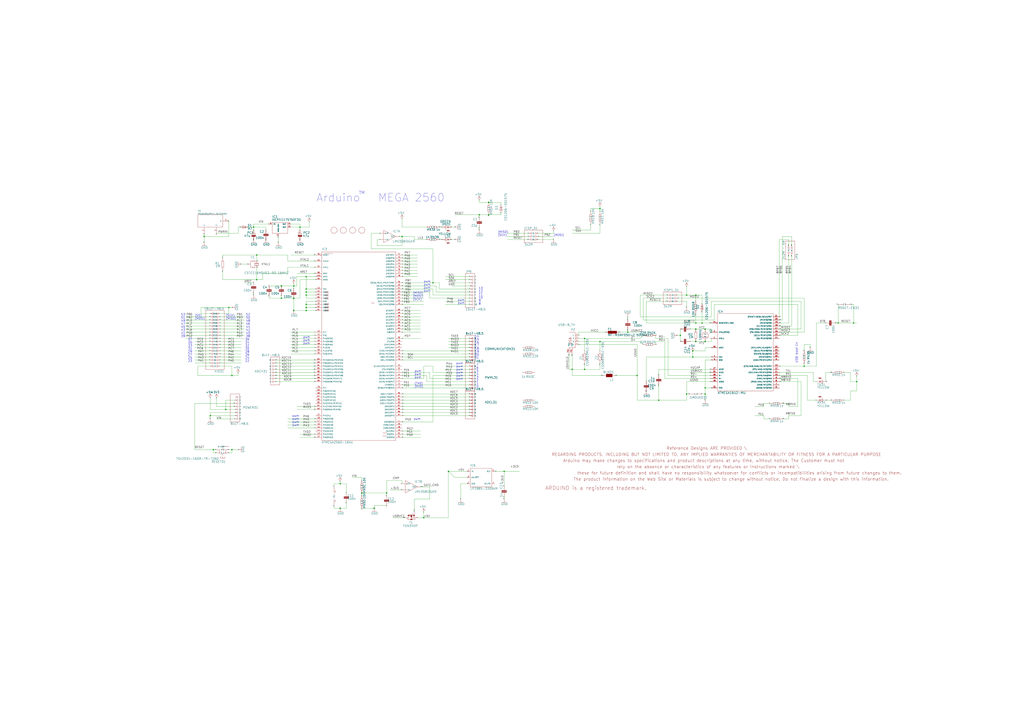
<source format=kicad_sch>
(kicad_sch (version 20231120) (generator "eeschema") (generator_version "8.0")
  (paper "A1")
  (title_block (title "Arduino_MEGA_2560-Rev3.sch") (date "17 JAN 2018") (rev "1.0") (company "Converted to KiCad by Prof. Mayhem"))
  (junction (at 480.06 278.13))
  (junction (at 251.46 255.27))
  (junction (at 187.96 252.73))
  (junction (at 251.46 250.19))
  (junction (at 480.06 303.53))
  (junction (at 231.14 245.11))
  (junction (at 251.46 252.73))
  (junction (at 576.58 265.43))
  (junction (at 347.98 425.45))
  (junction (at 568.96 288.29))
  (junction (at 208.28 186.69))
  (junction (at 579.12 270.51))
  (junction (at 279.4 417.83))
  (junction (at 571.5 270.51))
  (junction (at 241.3 245.11))
  (junction (at 330.2 194.31))
  (junction (at 241.3 234.95))
  (junction (at 558.8 275.59))
  (junction (at 563.88 323.85))
  (junction (at 515.62 273.05))
  (junction (at 172.72 341.63))
  (junction (at 541.02 328.93))
  (junction (at 251.46 227.33))
  (junction (at 279.4 397.51))
  (junction (at 393.7 176.53))
  (junction (at 317.5 405.13))
  (junction (at 297.18 405.13))
  (junction (at 703.58 313.69))
  (junction (at 571.5 265.43))
  (junction (at 579.12 318.77))
  (junction (at 571.5 242.57))
  (junction (at 492.76 280.67))
  (junction (at 401.32 166.37))
  (junction (at 231.14 234.95))
  (junction (at 368.3 387.35))
  (junction (at 401.32 176.53))
  (junction (at 579.12 323.85))
  (junction (at 701.04 265.43))
  (junction (at 241.3 255.27))
  (junction (at 571.5 280.67))
  (junction (at 563.88 242.57))
  (junction (at 251.46 237.49))
  (junction (at 251.46 242.57))
  (junction (at 492.76 171.45))
  (junction (at 469.9 303.53))
  (junction (at 523.24 308.61))
  (junction (at 660.4 300.99))
  (junction (at 210.82 209.55))
  (junction (at 568.96 293.37))
  (junction (at 579.12 280.67))
  (junction (at 355.6 232.41))
  (junction (at 210.82 229.87))
  (junction (at 307.34 417.83))
  (junction (at 190.5 369.57))
  (junction (at 185.42 336.55))
  (junction (at 246.38 186.69))
  (junction (at 688.34 265.43))
  (junction (at 167.64 194.31))
  (junction (at 175.26 369.57))
  (junction (at 414.02 387.35))
  (junction (at 190.5 308.61))
  (junction (at 251.46 240.03))
  (wire (pts (xy 474.98 280.67) (xy 492.76 280.67)))
  (wire (pts (xy 662.94 308.61) (xy 640.08 308.61)))
  (wire (pts (xy 576.58 323.85) (xy 579.12 323.85)))
  (wire (pts (xy 208.28 232.41) (xy 200.66 232.41)))
  (wire (pts (xy 642.62 344.17) (xy 647.7 344.17)))
  (wire (pts (xy 523.24 283.21) (xy 474.98 283.21)))
  (wire (pts (xy 289.56 392.43) (xy 297.18 392.43)))
  (wire (pts (xy 345.44 257.81) (xy 330.2 257.81)))
  (wire (pts (xy 353.06 306.07) (xy 330.2 306.07)))
  (wire (pts (xy 480.06 278.13) (xy 525.78 278.13)))
  (wire (pts (xy 434.34 194.31) (xy 416.56 194.31)))
  (wire (pts (xy 619.76 334.01) (xy 627.38 334.01)))
  (wire (pts (xy 172.72 283.21) (xy 160.02 283.21)))
  (wire (pts (xy 340.36 194.31) (xy 340.36 196.85)))
  (wire (pts (xy 640.08 273.05) (xy 660.4 273.05)))
  (wire (pts (xy 492.76 303.53) (xy 492.76 298.45)))
  (wire (pts (xy 220.98 234.95) (xy 231.14 234.95)))
  (wire (pts (xy 386.08 303.53) (xy 365.76 303.53)))
  (wire (pts (xy 355.6 204.47) (xy 355.6 232.41)))
  (wire (pts (xy 584.2 308.61) (xy 548.64 308.61)))
  (wire (pts (xy 579.12 323.85) (xy 579.12 328.93)))
  (wire (pts (xy 355.6 346.71) (xy 355.6 308.61)))
  (wire (pts (xy 355.6 204.47) (xy 304.8 204.47)))
  (wire (pts (xy 515.62 262.89) (xy 515.62 260.35)))
  (wire (pts (xy 355.6 346.71) (xy 330.2 346.71)))
  (wire (pts (xy 586.74 262.89) (xy 528.32 262.89)))
  (wire (pts (xy 584.2 280.67) (xy 584.2 278.13)))
  (wire (pts (xy 241.3 234.95) (xy 241.3 237.49)))
  (wire (pts (xy 655.32 275.59) (xy 655.32 250.19)))
  (wire (pts (xy 172.72 336.55) (xy 172.72 326.39)))
  (wire (pts (xy 655.32 250.19) (xy 586.74 250.19)))
  (wire (pts (xy 342.9 212.09) (xy 330.2 212.09)))
  (wire (pts (xy 563.88 242.57) (xy 571.5 242.57)))
  (wire (pts (xy 195.58 308.61) (xy 195.58 306.07)))
  (wire (pts (xy 386.08 227.33) (xy 365.76 227.33)))
  (wire (pts (xy 180.34 283.21) (xy 198.12 283.21)))
  (wire (pts (xy 406.4 387.35) (xy 414.02 387.35)))
  (wire (pts (xy 236.22 346.71) (xy 259.08 346.71)))
  (wire (pts (xy 193.04 328.93) (xy 185.42 328.93)))
  (wire (pts (xy 200.66 273.05) (xy 180.34 273.05)))
  (wire (pts (xy 355.6 242.57) (xy 355.6 237.49)))
  (wire (pts (xy 330.2 232.41) (xy 355.6 232.41)))
  (wire (pts (xy 350.52 313.69) (xy 386.08 313.69)))
  (wire (pts (xy 546.1 280.67) (xy 546.1 311.15)))
  (wire (pts (xy 441.96 194.31) (xy 454.66 194.31)))
  (wire (pts (xy 187.96 369.57) (xy 190.5 369.57)))
  (wire (pts (xy 480.06 288.29) (xy 480.06 278.13)))
  (wire (pts (xy 563.88 313.69) (xy 584.2 313.69)))
  (wire (pts (xy 386.08 288.29) (xy 330.2 288.29)))
  (wire (pts (xy 642.62 194.31) (xy 650.24 194.31)))
  (wire (pts (xy 307.34 415.29) (xy 317.5 415.29)))
  (wire (pts (xy 342.9 425.45) (xy 347.98 425.45)))
  (wire (pts (xy 251.46 237.49) (xy 259.08 237.49)))
  (wire (pts (xy 317.5 405.13) (xy 317.5 407.67)))
  (wire (pts (xy 378.46 397.51) (xy 378.46 410.21)))
  (wire (pts (xy 373.38 176.53) (xy 393.7 176.53)))
  (wire (pts (xy 190.5 308.61) (xy 195.58 308.61)))
  (wire (pts (xy 172.72 341.63) (xy 193.04 341.63)))
  (wire (pts (xy 172.72 336.55) (xy 185.42 336.55)))
  (wire (pts (xy 330.2 201.93) (xy 330.2 194.31)))
  (wire (pts (xy 345.44 273.05) (xy 330.2 273.05)))
  (wire (pts (xy 353.06 311.15) (xy 353.06 306.07)))
  (wire (pts (xy 347.98 311.15) (xy 330.2 311.15)))
  (wire (pts (xy 688.34 250.19) (xy 688.34 265.43)))
  (wire (pts (xy 345.44 270.51) (xy 330.2 270.51)))
  (wire (pts (xy 467.36 303.53) (xy 469.9 303.53)))
  (wire (pts (xy 180.34 295.91) (xy 198.12 295.91)))
  (wire (pts (xy 231.14 242.57) (xy 231.14 245.11)))
  (wire (pts (xy 355.6 300.99) (xy 347.98 300.99)))
  (wire (pts (xy 172.72 288.29) (xy 160.02 288.29)))
  (wire (pts (xy 558.8 275.59) (xy 558.8 280.67)))
  (wire (pts (xy 243.84 334.01) (xy 259.08 334.01)))
  (wire (pts (xy 279.4 394.97) (xy 279.4 397.51)))
  (wire (pts (xy 386.08 341.63) (xy 330.2 341.63)))
  (wire (pts (xy 480.06 303.53) (xy 480.06 298.45)))
  (wire (pts (xy 525.78 242.57) (xy 548.64 242.57)))
  (wire (pts (xy 180.34 278.13) (xy 200.66 278.13)))
  (wire (pts (xy 548.64 278.13) (xy 548.64 308.61)))
  (wire (pts (xy 485.14 173.99) (xy 485.14 171.45)))
  (wire (pts (xy 350.52 308.61) (xy 350.52 313.69)))
  (wire (pts (xy 393.7 179.07) (xy 393.7 176.53)))
  (wire (pts (xy 246.38 356.87) (xy 259.08 356.87)))
  (wire (pts (xy 469.9 303.53) (xy 469.9 308.61)))
  (wire (pts (xy 342.9 209.55) (xy 330.2 209.55)))
  (wire (pts (xy 703.58 313.69) (xy 703.58 321.31)))
  (wire (pts (xy 693.42 306.07) (xy 698.5 306.07)))
  (wire (pts (xy 566.42 323.85) (xy 563.88 323.85)))
  (wire (pts (xy 238.76 283.21) (xy 259.08 283.21)))
  (wire (pts (xy 241.3 232.41) (xy 241.3 234.95)))
  (wire (pts (xy 454.66 189.23) (xy 454.66 191.77)))
  (wire (pts (xy 241.3 245.11) (xy 246.38 245.11)))
  (wire (pts (xy 162.56 300.99) (xy 162.56 308.61)))
  (wire (pts (xy 172.72 278.13) (xy 152.4 278.13)))
  (wire (pts (xy 678.18 306.07) (xy 678.18 313.69)))
  (wire (pts (xy 454.66 191.77) (xy 441.96 191.77)))
  (wire (pts (xy 241.3 245.11) (xy 241.3 255.27)))
  (wire (pts (xy 345.44 267.97) (xy 330.2 267.97)))
  (wire (pts (xy 172.72 293.37) (xy 160.02 293.37)))
  (wire (pts (xy 525.78 280.67) (xy 528.32 283.21)))
  (wire (pts (xy 330.2 326.39) (xy 386.08 326.39)))
  (wire (pts (xy 190.5 300.99) (xy 180.34 300.99)))
  (wire (pts (xy 259.08 275.59) (xy 238.76 275.59)))
  (wire (pts (xy 330.2 334.01) (xy 386.08 334.01)))
  (wire (pts (xy 317.5 394.97) (xy 317.5 405.13)))
  (wire (pts (xy 566.42 280.67) (xy 571.5 280.67)))
  (wire (pts (xy 353.06 400.05) (xy 353.06 410.21)))
  (wire (pts (xy 340.36 410.21) (xy 340.36 420.37)))
  (wire (pts (xy 563.88 323.85) (xy 563.88 313.69)))
  (wire (pts (xy 236.22 214.63) (xy 259.08 214.63)))
  (wire (pts (xy 568.96 293.37) (xy 584.2 293.37)))
  (wire (pts (xy 185.42 328.93) (xy 185.42 336.55)))
  (wire (pts (xy 259.08 242.57) (xy 251.46 242.57)))
  (wire (pts (xy 365.76 229.87) (xy 386.08 229.87)))
  (wire (pts (xy 368.3 425.45) (xy 368.3 387.35)))
  (wire (pts (xy 259.08 252.73) (xy 251.46 252.73)))
  (wire (pts (xy 668.02 306.07) (xy 668.02 313.69)))
  (wire (pts (xy 414.02 387.35) (xy 414.02 400.05)))
  (wire (pts (xy 330.2 179.07) (xy 330.2 186.69)))
  (wire (pts (xy 251.46 242.57) (xy 251.46 245.11)))
  (wire (pts (xy 246.38 186.69) (xy 246.38 189.23)))
  (wire (pts (xy 304.8 204.47) (xy 304.8 191.77)))
  (wire (pts (xy 259.08 285.75) (xy 238.76 285.75)))
  (wire (pts (xy 411.48 166.37) (xy 411.48 168.91)))
  (wire (pts (xy 355.6 306.07) (xy 355.6 300.99)))
  (wire (pts (xy 657.86 270.51) (xy 657.86 247.65)))
  (wire (pts (xy 236.22 349.25) (xy 259.08 349.25)))
  (wire (pts (xy 279.4 417.83) (xy 284.48 417.83)))
  (wire (pts (xy 657.86 247.65) (xy 584.2 247.65)))
  (wire (pts (xy 538.48 280.67) (xy 546.1 280.67)))
  (wire (pts (xy 172.72 300.99) (xy 162.56 300.99)))
  (wire (pts (xy 172.72 298.45) (xy 160.02 298.45)))
  (wire (pts (xy 571.5 265.43) (xy 576.58 265.43)))
  (wire (pts (xy 386.08 318.77) (xy 330.2 318.77)))
  (wire (pts (xy 368.3 285.75) (xy 386.08 285.75)))
  (wire (pts (xy 274.32 397.51) (xy 279.4 397.51)))
  (wire (pts (xy 208.28 242.57) (xy 208.28 240.03)))
  (wire (pts (xy 401.32 166.37) (xy 411.48 166.37)))
  (wire (pts (xy 180.34 267.97) (xy 200.66 267.97)))
  (wire (pts (xy 180.34 270.51) (xy 200.66 270.51)))
  (wire (pts (xy 538.48 283.21) (xy 538.48 280.67)))
  (wire (pts (xy 523.24 328.93) (xy 541.02 328.93)))
  (wire (pts (xy 330.2 328.93) (xy 386.08 328.93)))
  (wire (pts (xy 579.12 280.67) (xy 584.2 280.67)))
  (wire (pts (xy 177.8 191.77) (xy 195.58 191.77)))
  (wire (pts (xy 330.2 227.33) (xy 342.9 227.33)))
  (wire (pts (xy 284.48 397.51) (xy 284.48 405.13)))
  (wire (pts (xy 345.44 400.05) (xy 353.06 400.05)))
  (wire (pts (xy 640.08 275.59) (xy 655.32 275.59)))
  (wire (pts (xy 688.34 265.43) (xy 701.04 265.43)))
  (wire (pts (xy 579.12 270.51) (xy 584.2 270.51)))
  (wire (pts (xy 353.06 240.03) (xy 353.06 245.11)))
  (wire (pts (xy 231.14 234.95) (xy 241.3 234.95)))
  (wire (pts (xy 660.4 298.45) (xy 660.4 300.99)))
  (wire (pts (xy 330.2 234.95) (xy 358.14 234.95)))
  (wire (pts (xy 576.58 255.27) (xy 576.58 265.43)))
  (wire (pts (xy 492.76 288.29) (xy 492.76 280.67)))
  (wire (pts (xy 368.3 387.35) (xy 383.54 387.35)))
  (wire (pts (xy 584.2 247.65) (xy 584.2 260.35)))
  (wire (pts (xy 180.34 288.29) (xy 198.12 288.29)))
  (wire (pts (xy 198.12 217.17) (xy 203.2 217.17)))
  (wire (pts (xy 330.2 394.97) (xy 317.5 394.97)))
  (wire (pts (xy 236.22 219.71) (xy 236.22 224.79)))
  (wire (pts (xy 566.42 306.07) (xy 584.2 306.07)))
  (wire (pts (xy 246.38 186.69) (xy 254 186.69)))
  (wire (pts (xy 198.12 280.67) (xy 180.34 280.67)))
  (wire (pts (xy 162.56 308.61) (xy 190.5 308.61)))
  (wire (pts (xy 584.2 260.35) (xy 525.78 260.35)))
  (wire (pts (xy 530.86 247.65) (xy 548.64 247.65)))
  (wire (pts (xy 226.06 313.69) (xy 259.08 313.69)))
  (wire (pts (xy 190.5 372.11) (xy 190.5 369.57)))
  (wire (pts (xy 220.98 184.15) (xy 208.28 184.15)))
  (wire (pts (xy 177.8 334.01) (xy 177.8 326.39)))
  (wire (pts (xy 241.3 234.95) (xy 243.84 234.95)))
  (wire (pts (xy 218.44 186.69) (xy 218.44 189.23)))
  (wire (pts (xy 342.9 214.63) (xy 330.2 214.63)))
  (wire (pts (xy 180.34 285.75) (xy 198.12 285.75)))
  (wire (pts (xy 642.62 331.47) (xy 647.7 331.47)))
  (wire (pts (xy 185.42 336.55) (xy 193.04 336.55)))
  (wire (pts (xy 160.02 369.57) (xy 175.26 369.57)))
  (wire (pts (xy 327.66 194.31) (xy 330.2 194.31)))
  (wire (pts (xy 571.5 242.57) (xy 571.5 247.65)))
  (wire (pts (xy 660.4 245.11) (xy 556.26 245.11)))
  (wire (pts (xy 698.5 313.69) (xy 703.58 313.69)))
  (wire (pts (xy 558.8 270.51) (xy 558.8 275.59)))
  (wire (pts (xy 525.78 278.13) (xy 528.32 275.59)))
  (wire (pts (xy 584.2 270.51) (xy 584.2 273.05)))
  (wire (pts (xy 193.04 334.01) (xy 177.8 334.01)))
  (wire (pts (xy 556.26 247.65) (xy 563.88 247.65)))
  (wire (pts (xy 568.96 288.29) (xy 579.12 288.29)))
  (wire (pts (xy 698.5 306.07) (xy 698.5 313.69)))
  (wire (pts (xy 330.2 240.03) (xy 353.06 240.03)))
  (wire (pts (xy 231.14 245.11) (xy 241.3 245.11)))
  (wire (pts (xy 386.08 311.15) (xy 353.06 311.15)))
  (wire (pts (xy 640.08 196.85) (xy 640.08 260.35)))
  (wire (pts (xy 198.12 290.83) (xy 180.34 290.83)))
  (wire (pts (xy 200.66 260.35) (xy 180.34 260.35)))
  (wire (pts (xy 373.38 196.85) (xy 370.84 196.85)))
  (wire (pts (xy 210.82 209.55) (xy 236.22 209.55)))
  (wire (pts (xy 238.76 288.29) (xy 259.08 288.29)))
  (wire (pts (xy 386.08 306.07) (xy 355.6 306.07)))
  (wire (pts (xy 546.1 311.15) (xy 584.2 311.15)))
  (wire (pts (xy 347.98 425.45) (xy 368.3 425.45)))
  (wire (pts (xy 386.08 278.13) (xy 368.3 278.13)))
  (wire (pts (xy 416.56 191.77) (xy 434.34 191.77)))
  (wire (pts (xy 274.32 417.83) (xy 279.4 417.83)))
  (wire (pts (xy 414.02 407.67) (xy 414.02 410.21)))
  (wire (pts (xy 584.2 303.53) (xy 541.02 303.53)))
  (wire (pts (xy 373.38 186.69) (xy 370.84 186.69)))
  (wire (pts (xy 355.6 232.41) (xy 360.68 232.41)))
  (wire (pts (xy 236.22 224.79) (xy 215.9 224.79)))
  (wire (pts (xy 662.94 328.93) (xy 670.56 328.93)))
  (wire (pts (xy 297.18 392.43) (xy 297.18 394.97)))
  (wire (pts (xy 342.9 224.79) (xy 330.2 224.79)))
  (wire (pts (xy 172.72 265.43) (xy 152.4 265.43)))
  (wire (pts (xy 647.7 344.17) (xy 647.7 341.63)))
  (wire (pts (xy 393.7 166.37) (xy 393.7 163.83)))
  (wire (pts (xy 515.62 273.05) (xy 515.62 270.51)))
  (wire (pts (xy 368.3 280.67) (xy 386.08 280.67)))
  (wire (pts (xy 647.7 196.85) (xy 640.08 196.85)))
  (wire (pts (xy 538.48 278.13) (xy 548.64 278.13)))
  (wire (pts (xy 530.86 293.37) (xy 530.86 313.69)))
  (wire (pts (xy 259.08 290.83) (xy 238.76 290.83)))
  (wire (pts (xy 259.08 224.79) (xy 243.84 224.79)))
  (wire (pts (xy 279.4 397.51) (xy 284.48 397.51)))
  (wire (pts (xy 563.88 328.93) (xy 563.88 323.85)))
  (wire (pts (xy 210.82 229.87) (xy 210.82 219.71)))
  (wire (pts (xy 160.02 331.47) (xy 193.04 331.47)))
  (wire (pts (xy 474.98 273.05) (xy 497.84 273.05)))
  (wire (pts (xy 386.08 316.23) (xy 330.2 316.23)))
  (wire (pts (xy 172.72 341.63) (xy 172.72 344.17)))
  (wire (pts (xy 203.2 186.69) (xy 208.28 186.69)))
  (wire (pts (xy 200.66 262.89) (xy 180.34 262.89)))
  (wire (pts (xy 657.86 313.69) (xy 640.08 313.69)))
  (wire (pts (xy 251.46 255.27) (xy 259.08 255.27)))
  (wire (pts (xy 226.06 308.61) (xy 259.08 308.61)))
  (wire (pts (xy 330.2 397.51) (xy 330.2 394.97)))
  (wire (pts (xy 347.98 250.19) (xy 330.2 250.19)))
  (wire (pts (xy 579.12 285.75) (xy 584.2 285.75)))
  (wire (pts (xy 355.6 308.61) (xy 386.08 308.61)))
  (wire (pts (xy 175.26 372.11) (xy 177.8 372.11)))
  (wire (pts (xy 642.62 262.89) (xy 642.62 194.31)))
  (wire (pts (xy 480.06 303.53) (xy 492.76 303.53)))
  (wire (pts (xy 312.42 196.85) (xy 309.88 196.85)))
  (wire (pts (xy 172.72 285.75) (xy 160.02 285.75)))
  (wire (pts (xy 180.34 265.43) (xy 200.66 265.43)))
  (wire (pts (xy 345.44 265.43) (xy 330.2 265.43)))
  (wire (pts (xy 238.76 278.13) (xy 259.08 278.13)))
  (wire (pts (xy 670.56 265.43) (xy 678.18 265.43)))
  (wire (pts (xy 568.96 293.37) (xy 568.96 288.29)))
  (wire (pts (xy 259.08 250.19) (xy 251.46 250.19)))
  (wire (pts (xy 467.36 303.53) (xy 467.36 290.83)))
  (wire (pts (xy 393.7 176.53) (xy 401.32 176.53)))
  (wire (pts (xy 474.98 275.59) (xy 474.98 273.05)))
  (wire (pts (xy 693.42 328.93) (xy 698.5 328.93)))
  (wire (pts (xy 182.88 209.55) (xy 210.82 209.55)))
  (wire (pts (xy 627.38 331.47) (xy 627.38 334.01)))
  (wire (pts (xy 243.84 227.33) (xy 251.46 227.33)))
  (wire (pts (xy 474.98 278.13) (xy 480.06 278.13)))
  (wire (pts (xy 576.58 265.43) (xy 584.2 265.43)))
  (wire (pts (xy 330.2 194.31) (xy 340.36 194.31)))
  (wire (pts (xy 698.5 328.93) (xy 698.5 321.31)))
  (wire (pts (xy 386.08 336.55) (xy 330.2 336.55)))
  (wire (pts (xy 345.44 356.87) (xy 330.2 356.87)))
  (wire (pts (xy 703.58 321.31) (xy 698.5 321.31)))
  (wire (pts (xy 236.22 209.55) (xy 236.22 214.63)))
  (wire (pts (xy 469.9 290.83) (xy 469.9 303.53)))
  (wire (pts (xy 345.44 260.35) (xy 330.2 260.35)))
  (wire (pts (xy 660.4 288.29) (xy 660.4 283.21)))
  (wire (pts (xy 345.44 262.89) (xy 330.2 262.89)))
  (wire (pts (xy 345.44 359.41) (xy 330.2 359.41)))
  (wire (pts (xy 485.14 171.45) (xy 492.76 171.45)))
  (wire (pts (xy 386.08 331.47) (xy 330.2 331.47)))
  (wire (pts (xy 584.2 295.91) (xy 579.12 295.91)))
  (wire (pts (xy 640.08 270.51) (xy 657.86 270.51)))
  (wire (pts (xy 640.08 267.97) (xy 650.24 267.97)))
  (wire (pts (xy 236.22 344.17) (xy 259.08 344.17)))
  (wire (pts (xy 393.7 166.37) (xy 401.32 166.37)))
  (wire (pts (xy 541.02 303.53) (xy 541.02 308.61)))
  (wire (pts (xy 386.08 232.41) (xy 370.84 232.41)))
  (wire (pts (xy 251.46 227.33) (xy 259.08 227.33)))
  (wire (pts (xy 386.08 323.85) (xy 330.2 323.85)))
  (wire (pts (xy 175.26 369.57) (xy 177.8 369.57)))
  (wire (pts (xy 195.58 191.77) (xy 195.58 186.69)))
  (wire (pts (xy 515.62 273.05) (xy 525.78 273.05)))
  (wire (pts (xy 363.22 196.85) (xy 360.68 196.85)))
  (wire (pts (xy 236.22 351.79) (xy 259.08 351.79)))
  (wire (pts (xy 165.1 257.81) (xy 165.1 252.73)))
  (wire (pts (xy 347.98 425.45) (xy 347.98 420.37)))
  (wire (pts (xy 650.24 194.31) (xy 650.24 201.93)))
  (wire (pts (xy 238.76 209.55) (xy 259.08 209.55)))
  (wire (pts (xy 243.84 234.95) (xy 243.84 227.33)))
  (wire (pts (xy 368.3 387.35) (xy 373.38 392.43)))
  (wire (pts (xy 571.5 280.67) (xy 579.12 280.67)))
  (wire (pts (xy 238.76 184.15) (xy 246.38 184.15)))
  (wire (pts (xy 469.9 308.61) (xy 495.3 308.61)))
  (wire (pts (xy 251.46 247.65) (xy 251.46 250.19)))
  (wire (pts (xy 259.08 311.15) (xy 226.06 311.15)))
  (wire (pts (xy 274.32 417.83) (xy 274.32 415.29)))
  (wire (pts (xy 172.72 275.59) (xy 152.4 275.59)))
  (wire (pts (xy 220.98 245.11) (xy 231.14 245.11)))
  (wire (pts (xy 365.76 247.65) (xy 386.08 247.65)))
  (wire (pts (xy 523.24 283.21) (xy 523.24 308.61)))
  (wire (pts (xy 259.08 229.87) (xy 246.38 229.87)))
  (wire (pts (xy 251.46 240.03) (xy 251.46 242.57)))
  (wire (pts (xy 660.4 300.99) (xy 670.56 300.99)))
  (wire (pts (xy 360.68 232.41) (xy 360.68 237.49)))
  (wire (pts (xy 160.02 280.67) (xy 172.72 280.67)))
  (wire (pts (xy 347.98 247.65) (xy 330.2 247.65)))
  (wire (pts (xy 322.58 425.45) (xy 332.74 425.45)))
  (wire (pts (xy 172.72 270.51) (xy 152.4 270.51)))
  (wire (pts (xy 632.46 344.17) (xy 627.38 344.17)))
  (wire (pts (xy 259.08 273.05) (xy 238.76 273.05)))
  (wire (pts (xy 360.68 237.49) (xy 386.08 237.49)))
  (wire (pts (xy 243.84 336.55) (xy 259.08 336.55)))
  (wire (pts (xy 492.76 171.45) (xy 492.76 173.99)))
  (wire (pts (xy 386.08 300.99) (xy 365.76 300.99)))
  (wire (pts (xy 345.44 278.13) (xy 330.2 278.13)))
  (wire (pts (xy 640.08 262.89) (xy 642.62 262.89)))
  (wire (pts (xy 579.12 318.77) (xy 579.12 323.85)))
  (wire (pts (xy 259.08 240.03) (xy 251.46 240.03)))
  (wire (pts (xy 492.76 168.91) (xy 492.76 171.45)))
  (wire (pts (xy 215.9 229.87) (xy 215.9 224.79)))
  (wire (pts (xy 187.96 372.11) (xy 190.5 372.11)))
  (wire (pts (xy 508 273.05) (xy 515.62 273.05)))
  (wire (pts (xy 640.08 300.99) (xy 660.4 300.99)))
  (wire (pts (xy 241.3 255.27) (xy 251.46 255.27)))
  (wire (pts (xy 353.06 410.21) (xy 340.36 410.21)))
  (wire (pts (xy 668.02 313.69) (xy 670.56 313.69)))
  (wire (pts (xy 698.5 250.19) (xy 701.04 250.19)))
  (wire (pts (xy 226.06 303.53) (xy 259.08 303.53)))
  (wire (pts (xy 226.06 295.91) (xy 259.08 295.91)))
  (wire (pts (xy 182.88 229.87) (xy 182.88 222.25)))
  (wire (pts (xy 259.08 300.99) (xy 226.06 300.99)))
  (wire (pts (xy 220.98 245.11) (xy 220.98 242.57)))
  (wire (pts (xy 647.7 201.93) (xy 647.7 196.85)))
  (wire (pts (xy 650.24 267.97) (xy 650.24 209.55)))
  (wire (pts (xy 655.32 334.01) (xy 647.7 334.01)))
  (wire (pts (xy 640.08 306.07) (xy 668.02 306.07)))
  (wire (pts (xy 368.3 283.21) (xy 386.08 283.21)))
  (wire (pts (xy 683.26 328.93) (xy 678.18 328.93)))
  (wire (pts (xy 208.28 186.69) (xy 218.44 186.69)))
  (wire (pts (xy 246.38 184.15) (xy 246.38 186.69)))
  (wire (pts (xy 660.4 273.05) (xy 660.4 245.11)))
  (wire (pts (xy 309.88 201.93) (xy 330.2 201.93)))
  (wire (pts (xy 530.86 265.43) (xy 571.5 265.43)))
  (wire (pts (xy 345.44 354.33) (xy 330.2 354.33)))
  (wire (pts (xy 530.86 293.37) (xy 568.96 293.37)))
  (wire (pts (xy 172.72 260.35) (xy 152.4 260.35)))
  (wire (pts (xy 647.7 209.55) (xy 647.7 265.43)))
  (wire (pts (xy 182.88 212.09) (xy 182.88 209.55)))
  (wire (pts (xy 485.14 189.23) (xy 485.14 184.15)))
  (wire (pts (xy 571.5 242.57) (xy 576.58 242.57)))
  (wire (pts (xy 309.88 196.85) (xy 309.88 201.93)))
  (wire (pts (xy 492.76 184.15) (xy 492.76 191.77)))
  (wire (pts (xy 683.26 306.07) (xy 678.18 306.07)))
  (wire (pts (xy 640.08 311.15) (xy 655.32 311.15)))
  (wire (pts (xy 386.08 250.19) (xy 365.76 250.19)))
  (wire (pts (xy 525.78 260.35) (xy 525.78 242.57)))
  (wire (pts (xy 353.06 245.11) (xy 386.08 245.11)))
  (wire (pts (xy 180.34 275.59) (xy 200.66 275.59)))
  (wire (pts (xy 454.66 196.85) (xy 441.96 196.85)))
  (wire (pts (xy 160.02 290.83) (xy 172.72 290.83)))
  (wire (pts (xy 647.7 341.63) (xy 657.86 341.63)))
  (wire (pts (xy 238.76 186.69) (xy 246.38 186.69)))
  (wire (pts (xy 172.72 257.81) (xy 165.1 257.81)))
  (wire (pts (xy 251.46 245.11) (xy 259.08 245.11)))
  (wire (pts (xy 317.5 405.13) (xy 297.18 405.13)))
  (wire (pts (xy 152.4 267.97) (xy 172.72 267.97)))
  (wire (pts (xy 414.02 387.35) (xy 426.72 387.35)))
  (wire (pts (xy 340.36 196.85) (xy 350.52 196.85)))
  (wire (pts (xy 187.96 194.31) (xy 187.96 181.61)))
  (wire (pts (xy 274.32 397.51) (xy 274.32 400.05)))
  (wire (pts (xy 160.02 369.57) (xy 160.02 331.47)))
  (wire (pts (xy 347.98 242.57) (xy 330.2 242.57)))
  (wire (pts (xy 584.2 318.77) (xy 579.12 318.77)))
  (wire (pts (xy 566.42 270.51) (xy 571.5 270.51)))
  (wire (pts (xy 670.56 300.99) (xy 670.56 265.43)))
  (wire (pts (xy 563.88 247.65) (xy 563.88 252.73)))
  (wire (pts (xy 505.46 308.61) (xy 523.24 308.61)))
  (wire (pts (xy 172.72 339.09) (xy 172.72 341.63)))
  (wire (pts (xy 556.26 275.59) (xy 558.8 275.59)))
  (wire (pts (xy 523.24 308.61) (xy 523.24 328.93)))
  (wire (pts (xy 297.18 417.83) (xy 307.34 417.83)))
  (wire (pts (xy 208.28 184.15) (xy 208.28 186.69)))
  (wire (pts (xy 358.14 240.03) (xy 358.14 234.95)))
  (wire (pts (xy 195.58 186.69) (xy 198.12 186.69)))
  (wire (pts (xy 571.5 270.51) (xy 579.12 270.51)))
  (wire (pts (xy 386.08 234.95) (xy 370.84 234.95)))
  (wire (pts (xy 347.98 300.99) (xy 347.98 311.15)))
  (wire (pts (xy 703.58 308.61) (xy 703.58 313.69)))
  (wire (pts (xy 386.08 240.03) (xy 358.14 240.03)))
  (wire (pts (xy 193.04 339.09) (xy 172.72 339.09)))
  (wire (pts (xy 350.52 308.61) (xy 330.2 308.61)))
  (wire (pts (xy 284.48 417.83) (xy 284.48 412.75)))
  (wire (pts (xy 386.08 242.57) (xy 355.6 242.57)))
  (wire (pts (xy 297.18 405.13) (xy 297.18 407.67)))
  (wire (pts (xy 701.04 265.43) (xy 703.58 265.43)))
  (wire (pts (xy 363.22 186.69) (xy 360.68 186.69)))
  (wire (pts (xy 251.46 252.73) (xy 251.46 255.27)))
  (wire (pts (xy 182.88 229.87) (xy 210.82 229.87)))
  (wire (pts (xy 167.64 194.31) (xy 167.64 199.39)))
  (wire (pts (xy 342.9 217.17) (xy 330.2 217.17)))
  (wire (pts (xy 210.82 214.63) (xy 210.82 209.55)))
  (wire (pts (xy 177.8 344.17) (xy 193.04 344.17)))
  (wire (pts (xy 330.2 237.49) (xy 355.6 237.49)))
  (wire (pts (xy 246.38 229.87) (xy 246.38 245.11)))
  (wire (pts (xy 563.88 242.57) (xy 563.88 234.95)))
  (wire (pts (xy 251.46 227.33) (xy 251.46 237.49)))
  (wire (pts (xy 180.34 298.45) (xy 198.12 298.45)))
  (wire (pts (xy 347.98 245.11) (xy 330.2 245.11)))
  (wire (pts (xy 647.7 265.43) (xy 640.08 265.43)))
  (wire (pts (xy 541.02 316.23) (xy 541.02 328.93)))
  (wire (pts (xy 180.34 293.37) (xy 198.12 293.37)))
  (wire (pts (xy 342.9 219.71) (xy 330.2 219.71)))
  (wire (pts (xy 627.38 344.17) (xy 627.38 341.63)))
  (wire (pts (xy 386.08 293.37) (xy 330.2 293.37)))
  (wire (pts (xy 165.1 252.73) (xy 187.96 252.73)))
  (wire (pts (xy 660.4 283.21) (xy 665.48 283.21)))
  (wire (pts (xy 259.08 247.65) (xy 251.46 247.65)))
  (wire (pts (xy 175.26 369.57) (xy 175.26 372.11)))
  (wire (pts (xy 393.7 186.69) (xy 393.7 189.23)))
  (wire (pts (xy 254 186.69) (xy 254 181.61)))
  (wire (pts (xy 647.7 331.47) (xy 647.7 334.01)))
  (wire (pts (xy 304.8 191.77) (xy 312.42 191.77)))
  (wire (pts (xy 538.48 275.59) (xy 538.48 278.13)))
  (wire (pts (xy 246.38 359.41) (xy 259.08 359.41)))
  (wire (pts (xy 528.32 262.89) (xy 528.32 245.11)))
  (wire (pts (xy 172.72 273.05) (xy 152.4 273.05)))
  (wire (pts (xy 579.12 295.91) (xy 579.12 318.77)))
  (wire (pts (xy 586.74 250.19) (xy 586.74 262.89)))
  (wire (pts (xy 167.64 194.31) (xy 187.96 194.31)))
  (wire (pts (xy 259.08 298.45) (xy 226.06 298.45)))
  (wire (pts (xy 579.12 288.29) (xy 579.12 285.75)))
  (wire (pts (xy 210.82 229.87) (xy 215.9 229.87)))
  (wire (pts (xy 571.5 257.81) (xy 571.5 265.43)))
  (wire (pts (xy 187.96 252.73) (xy 190.5 252.73)))
  (wire (pts (xy 556.26 242.57) (xy 563.88 242.57)))
  (wire (pts (xy 492.76 280.67) (xy 525.78 280.67)))
  (wire (pts (xy 383.54 397.51) (xy 378.46 397.51)))
  (wire (pts (xy 528.32 245.11) (xy 548.64 245.11)))
  (wire (pts (xy 208.28 186.69) (xy 208.28 189.23)))
  (wire (pts (xy 485.14 189.23) (xy 469.9 189.23)))
  (wire (pts (xy 665.48 285.75) (xy 665.48 283.21)))
  (wire (pts (xy 469.9 303.53) (xy 480.06 303.53)))
  (wire (pts (xy 259.08 306.07) (xy 226.06 306.07)))
  (wire (pts (xy 172.72 262.89) (xy 152.4 262.89)))
  (wire (pts (xy 701.04 250.19) (xy 701.04 265.43)))
  (wire (pts (xy 259.08 219.71) (xy 236.22 219.71)))
  (wire (pts (xy 251.46 250.19) (xy 251.46 252.73)))
  (wire (pts (xy 172.72 295.91) (xy 160.02 295.91)))
  (wire (pts (xy 342.9 222.25) (xy 330.2 222.25)))
  (wire (pts (xy 530.86 265.43) (xy 530.86 247.65)))
  (wire (pts (xy 187.96 257.81) (xy 180.34 257.81)))
  (wire (pts (xy 434.34 196.85) (xy 416.56 196.85)))
  (wire (pts (xy 373.38 392.43) (xy 383.54 392.43)))
  (wire (pts (xy 632.46 331.47) (xy 627.38 331.47)))
  (wire (pts (xy 492.76 191.77) (xy 469.9 191.77)))
  (wire (pts (xy 657.86 341.63) (xy 657.86 313.69)))
  (wire (pts (xy 330.2 339.09) (xy 386.08 339.09)))
  (wire (pts (xy 167.64 191.77) (xy 167.64 194.31)))
  (wire (pts (xy 576.58 242.57) (xy 576.58 250.19)))
  (wire (pts (xy 187.96 252.73) (xy 187.96 257.81)))
  (wire (pts (xy 330.2 186.69) (xy 350.52 186.69)))
  (wire (pts (xy 190.5 308.61) (xy 190.5 300.99)))
  (wire (pts (xy 386.08 290.83) (xy 330.2 290.83)))
  (wire (pts (xy 655.32 311.15) (xy 655.32 334.01)))
  (wire (pts (xy 401.32 176.53) (xy 411.48 176.53)))
  (wire (pts (xy 190.5 369.57) (xy 195.58 369.57)))
  (wire (pts (xy 627.38 341.63) (xy 619.76 341.63)))
  (wire (pts (xy 251.46 237.49) (xy 251.46 240.03)))
  (wire (pts (xy 411.48 176.53) (xy 411.48 173.99)))
  (wire (pts (xy 307.34 417.83) (xy 307.34 415.29)))
  (wire (pts (xy 386.08 295.91) (xy 330.2 295.91)))
  (wire (pts (xy 259.08 280.67) (xy 238.76 280.67)))
  (wire (pts (xy 685.8 265.43) (xy 688.34 265.43)))
  (wire (pts (xy 345.44 255.27) (xy 330.2 255.27)))
  (wire (pts (xy 228.6 194.31) (xy 228.6 199.39)))
  (wire (pts (xy 662.94 328.93) (xy 662.94 308.61)))
  (wire (pts (xy 330.2 402.59) (xy 320.04 402.59)))
  (wire (pts (xy 541.02 328.93) (xy 563.88 328.93)))
  (text "(SCK)" (at 408.94 194.31 0) (effects (font (size 1.6764 1.6764)) (justify left bottom)))
  (text "43" (at 148.59 272.415 0) (effects (font (size 1.778 1.778)) (justify left bottom)))
  (text "40" (at 201.93 274.955 0) (effects (font (size 1.778 1.778)) (justify left bottom)))
  (text "22" (at 201.295 297.815 0) (effects (font (size 1.778 1.778)) (justify left bottom)))
  (text "30" (at 201.295 287.655 0) (effects (font (size 1.778 1.778)) (justify left bottom)))
  (text "pwm" (at 375.92 247.65 0) (effects (font (size 1.6764 1.6764)) (justify left bottom)))
  (text "pwm" (at 374.65 312.42 0) (effects (font (size 1.6764 1.6764)) (justify left bottom)))
  (text "41" (at 148.59 274.955 0) (effects (font (size 1.778 1.778)) (justify left bottom)))
  (text "24" (at 201.295 295.275 0) (effects (font (size 1.778 1.778)) (justify left bottom)))
  (text "(SCK)" (at 185.42 260.35 0) (effects (font (size 1.6764 1.6764)) (justify left bottom)))
  (text "(MISO)" (at 408.94 191.77 0) (effects (font (size 1.6764 1.6764)) (justify left bottom)))
  (text "pwm" (at 340.36 308.61 0) (effects (font (size 1.6764 1.6764)) (justify left bottom)))
  (text "1" (at 391.16 316.23 0) (effects (font (size 1.778 1.778)) (justify left bottom)))
  (text "pwm" (at 248.92 283.21 0) (effects (font (size 1.6764 1.6764)) (justify left bottom)))
  (text "pwm" (at 240.03 342.9 0) (effects (font (size 1.6764 1.6764)) (justify left bottom)))
  (text "14" (at 389.89 277.495 0) (effects (font (size 1.778 1.778)) (justify left bottom)))
  (text "USB boot En" (at 655.32 298.45 90) (effects (font (size 1.778 1.778)) (justify left bottom)))
  (text "4" (at 391.16 308.61 0) (effects (font (size 1.778 1.778)) (justify left bottom)))
  (text "26" (at 201.295 292.735 0) (effects (font (size 1.778 1.778)) (justify left bottom)))
  (text "pwm" (at 374.65 307.34 0) (effects (font (size 1.6764 1.6764)) (justify left bottom)))
  (text "(MOSI)" (at 339.09 244.475 0) (effects (font (size 1.6764 1.6764)) (justify left bottom)))
  (text "(MISO)" (at 339.09 241.935 0) (effects (font (size 1.6764 1.6764)) (justify left bottom)))
  (text "pwm" (at 374.65 302.26 0) (effects (font (size 1.6764 1.6764)) (justify left bottom)))
  (text "32" (at 201.295 285.115 0) (effects (font (size 1.778 1.778)) (justify left bottom)))
  (text "35" (at 154.305 282.575 0) (effects (font (size 1.778 1.778)) (justify left bottom)))
  (text "48" (at 201.93 264.795 0) (effects (font (size 1.778 1.778)) (justify left bottom)))
  (text "37" (at 154.305 280.035 0) (effects (font (size 1.778 1.778)) (justify left bottom)))
  (text "52" (at 201.93 259.715 0) (effects (font (size 1.778 1.778)) (justify left bottom)))
  (text "20" (at 389.89 292.735 0) (effects (font (size 1.778 1.778)) (justify left bottom)))
  (text "(TX0)" (at 340.36 316.23 0) (effects (font (size 1.6764 1.6764)) (justify left bottom)))
  (text "9" (at 393.065 248.285 0) (effects (font (size 1.778 1.778)) (justify left bottom)))
  (text "10" (at 393.065 245.745 0) (effects (font (size 1.778 1.778)) (justify left bottom)))
  (text "38" (at 201.93 277.495 0) (effects (font (size 1.778 1.778)) (justify left bottom)))
  (text "53" (at 148.59 259.715 0) (effects (font (size 1.778 1.778)) (justify left bottom)))
  (text "17" (at 389.89 285.115 0) (effects (font (size 1.778 1.778)) (justify left bottom)))
  (text "pwm" (at 240.03 350.52 0) (effects (font (size 1.6764 1.6764)) (justify left bottom)))
  (text "44" (at 201.93 269.875 0) (effects (font (size 1.778 1.778)) (justify left bottom)))
  (text "27" (at 154.305 292.735 0) (effects (font (size 1.778 1.778)) (justify left bottom)))
  (text "pwm" (at 374.65 309.88 0) (effects (font (size 1.6764 1.6764)) (justify left bottom)))
  (text "12" (at 393.065 240.665 0) (effects (font (size 1.778 1.778)) (justify left bottom)))
  (text "Arduino   MEGA 2560" (at 259.715 166.37 0) (effects (font (size 6.4516 6.4516)) (justify left bottom)))
  (text "13" (at 393.065 238.125 0) (effects (font (size 1.778 1.778)) (justify left bottom)))
  (text "pwm" (at 374.65 304.8 0) (effects (font (size 1.6764 1.6764)) (justify left bottom)))
  (text "45" (at 148.59 269.875 0) (effects (font (size 1.778 1.778)) (justify left bottom)))
  (text "5" (at 391.16 306.07 0) (effects (font (size 1.778 1.778)) (justify left bottom)))
  (text "pwm" (at 347.98 232.41 0) (effects (font (size 1.6764 1.6764)) (justify left bottom)))
  (text "25" (at 154.305 295.275 0) (effects (font (size 1.778 1.778)) (justify left bottom)))
  (text "3" (at 391.16 311.15 0) (effects (font (size 1.778 1.778)) (justify left bottom)))
  (text "18" (at 389.89 287.655 0) (effects (font (size 1.778 1.778)) (justify left bottom)))
  (text "pwm" (at 347.98 240.03 0) (effects (font (size 1.6764 1.6764)) (justify left bottom)))
  (text "42" (at 201.93 272.415 0) (effects (font (size 1.778 1.778)) (justify left bottom)))
  (text "(SS)" (at 160.02 260.35 0) (effects (font (size 1.6764 1.6764)) (justify left bottom)))
  (text "16" (at 389.89 282.575 0) (effects (font (size 1.778 1.778)) (justify left bottom)))
  (text "50" (at 201.93 262.255 0) (effects (font (size 1.778 1.778)) (justify left bottom)))
  (text "49" (at 148.59 264.795 0) (effects (font (size 1.778 1.778)) (justify left bottom)))
  (text "33" (at 154.305 285.115 0) (effects (font (size 1.778 1.778)) (justify left bottom)))
  (text "pwm" (at 240.03 347.98 0) (effects (font (size 1.6764 1.6764)) (justify left bottom)))
  (text "11" (at 393.065 243.205 0) (effects (font (size 1.778 1.778)) (justify left bottom)))
  (text "(MOSI)" (at 160.02 262.89 0) (effects (font (size 1.6764 1.6764)) (justify left bottom)))
  (text "(MOSI)" (at 454.66 194.31 0) (effects (font (size 1.6764 1.6764)) (justify left bottom)))
  (text "29" (at 154.305 290.195 0) (effects (font (size 1.778 1.778)) (justify left bottom)))
  (text "pwm" (at 340.36 311.15 0) (effects (font (size 1.6764 1.6764)) (justify left bottom)))
  (text "0" (at 391.16 318.77 0) (effects (font (size 1.778 1.778)) (justify left bottom)))
  (text "pwm" (at 347.98 234.95 0) (effects (font (size 1.6764 1.6764)) (justify left bottom)))
  (text "31" (at 154.305 287.655 0) (effects (font (size 1.778 1.778)) (justify left bottom)))
  (text "47" (at 148.59 267.335 0) (effects (font (size 1.778 1.778)) (justify left bottom)))
  (text "pwm" (at 240.03 345.44 0) (effects (font (size 1.6764 1.6764)) (justify left bottom)))
  (text "7" (at 391.16 300.99 0) (effects (font (size 1.778 1.778)) (justify left bottom)))
  (text "8" (at 393.065 250.825 0) (effects (font (size 1.778 1.778)) (justify left bottom)))
  (text "36" (at 201.295 280.035 0) (effects (font (size 1.778 1.778)) (justify left bottom)))
  (text "pwm" (at 248.92 278.13 0) (effects (font (size 1.6764 1.6764)) (justify left bottom)))
  (text "28" (at 201.295 290.195 0) (effects (font (size 1.778 1.778)) (justify left bottom)))
  (text "2" (at 391.16 313.69 0) (effects (font (size 1.778 1.778)) (justify left bottom)))
  (text "46" (at 201.93 267.335 0) (effects (font (size 1.778 1.778)) (justify left bottom)))
  (text "(RX0)" (at 340.36 318.77 0) (effects (font (size 1.6764 1.6764)) (justify left bottom)))
  (text "39" (at 148.59 277.495 0) (effects (font (size 1.778 1.778)) (justify left bottom)))
  (text "TM" (at 294.64 160.02 0) (effects (font (size 2.54 2.54)) (justify left bottom)))
  (text "pwm" (at 340.36 306.07 0) (effects (font (size 1.6764 1.6764)) (justify left bottom)))
  (text "6" (at 391.16 303.53 0) (effects (font (size 1.778 1.778)) (justify left bottom)))
  (text "51" (at 148.59 262.255 0) (effects (font (size 1.778 1.778)) (justify left bottom)))
  (text "(SCK)" (at 339.09 247.015 0) (effects (font (size 1.6764 1.6764)) (justify left bottom)))
  (text "21" (at 389.89 295.275 0) (effects (font (size 1.778 1.778)) (justify left bottom)))
  (text "pwm" (at 339.725 345.44 0) (effects (font (size 1.6764 1.6764)) (justify left bottom)))
  (text "pwm" (at 375.92 250.19 0) (effects (font (size 1.6764 1.6764)) (justify left bottom)))
  (text "pwm" (at 248.92 280.67 0) (effects (font (size 1.6764 1.6764)) (justify left bottom)))
  (text "23" (at 154.305 297.815 0) (effects (font (size 1.778 1.778)) (justify left bottom)))
  (text "19" (at 389.89 290.195 0) (effects (font (size 1.778 1.778)) (justify left bottom)))
  (text "(MISO)" (at 185.42 262.89 0) (effects (font (size 1.6764 1.6764)) (justify left bottom)))
  (text "34" (at 201.295 282.575 0) (effects (font (size 1.778 1.778)) (justify left bottom)))
  (text "15" (at 389.89 280.035 0) (effects (font (size 1.778 1.778)) (justify left bottom)))
  (text "pwm" (at 374.65 299.72 0) (effects (font (size 1.6764 1.6764)) (justify left bottom)))
  (text "pwm" (at 347.98 237.49 0) (effects (font (size 1.6764 1.6764)) (justify left bottom)))
  (label "PH5" (at 386.08 250.19 180) (effects (font (size 0.254 0.254))))
  (label "PG1" (at 194.31 274.955 0) (effects (font (size 1.651 1.651))))
  (label "RESET" (at 373.38 176.53 0) (effects (font (size 1.5748 1.5748))))
  (label "PA4" (at 332.105 216.535 0) (effects (font (size 1.651 1.651))))
  (label "ADC7" (at 330.2 323.85 0) (effects (font (size 0.254 0.254))))
  (label "PE0" (at 330.2 318.77 0) (effects (font (size 0.254 0.254))))
  (label "TXD2" (at 259.08 356.87 180) (effects (font (size 0.254 0.254))))
  (label "PL1" (at 180.34 265.43 0) (effects (font (size 0.254 0.254))))
  (label "ADC11" (at 226.06 306.07 0) (effects (font (size 0.254 0.254))))
  (label "ADC14" (at 231.14 297.815 0) (effects (font (size 1.651 1.651))))
  (label "+5V" (at 246.38 189.23 90) (effects (font (size 0.254 0.254))))
  (label "GND" (at 576.58 323.85 180) (effects (font (size 0.254 0.254))))
  (label "PE0" (at 331.47 318.135 0) (effects (font (size 1.5748 1.5748))))
  (label "PB7" (at 332.74 231.775 0) (effects (font (size 1.5748 1.5748))))
  (label "GND" (at 208.28 242.57 90) (effects (font (size 0.254 0.254))))
  (label "D-" (at 518.16 278.13 0) (effects (font (size 1.651 1.651))))
  (label "PL0" (at 240.03 290.195 0) (effects (font (size 1.651 1.651))))
  (label "VIN" (at 177.8 344.805 0) (effects (font (size 1.651 1.651))))
  (label "PL7" (at 194.31 272.415 0) (effects (font (size 1.651 1.651))))
  (label "GND" (at 530.86 321.31 90) (effects (font (size 0.254 0.254))))
  (label "+5V" (at 259.08 240.03 0) (effects (font (size 0.254 0.254))))
  (label "ADC0" (at 386.08 341.63 180) (effects (font (size 0.254 0.254))))
  (label "+5V" (at 193.04 336.55 0) (effects (font (size 0.254 0.254))))
  (label "+5V" (at 195.58 306.07 270) (effects (font (size 0.254 0.254))))
  (label "PB0" (at 153.035 259.715 0) (effects (font (size 1.651 1.651))))
  (label "VUCAP" (at 567.055 303.53 0) (effects (font (size 1.651 1.651))))
  (label "RD-" (at 541.02 278.13 0) (effects (font (size 1.651 1.651))))
  (label "PG5" (at 332.74 346.075 0) (effects (font (size 1.651 1.651))))
  (label "GND" (at 393.7 189.23 90) (effects (font (size 0.254 0.254))))
  (label "GND" (at 246.38 196.85 270) (effects (font (size 0.254 0.254))))
  (label "PH3" (at 386.08 303.53 180) (effects (font (size 0.254 0.254))))
  (label "ADC5" (at 330.2 328.93 0) (effects (font (size 0.254 0.254))))
  (label "+5V" (at 411.48 168.91 90) (effects (font (size 0.254 0.254))))
  (label "PWRIN" (at 198.12 186.69 180) (effects (font (size 0.254 0.254))))
  (label "GND" (at 208.28 240.03 270) (effects (font (size 0.254 0.254))))
  (label "+5V" (at 584.2 285.75 0) (effects (font (size 0.254 0.254))))
  (label "PG0" (at 172.72 275.59 180) (effects (font (size 0.254 0.254))))
  (label "PL3" (at 180.34 267.97 0) (effects (font (size 0.254 0.254))))
  (label "RD-" (at 584.2 308.61 180) (effects (font (size 0.254 0.254))))
  (label "8PB5" (at 640.08 265.43 0) (effects (font (size 0.254 0.254))))
  (label "ADC2" (at 386.08 336.55 180) (effects (font (size 0.254 0.254))))
  (label "+5V" (at 350.52 186.69 0) (effects (font (size 0.254 0.254))))
  (label "PL6" (at 259.08 275.59 180) (effects (font (size 0.254 0.254))))
  (label "PA6" (at 187.325 290.195 0) (effects (font (size 1.651 1.651))))
  (label "RESET" (at 434.34 196.85 180) (effects (font (size 0.254 0.254))))
  (label "+3V3" (at 419.1 384.81 0) (effects (font (size 1.651 1.651))))
  (label "GND" (at 393.7 186.69 270) (effects (font (size 0.254 0.254))))
  (label "PE0" (at 386.08 318.77 180) (effects (font (size 0.254 0.254))))
  (label "PA7" (at 332.105 208.915 0) (effects (font (size 1.651 1.651))))
  (label "DTR" (at 640.08 300.99 0) (effects (font (size 0.254 0.254))))
  (label "RXD2" (at 370.205 285.115 0) (effects (font (size 1.651 1.651))))
  (label "MISO2" (at 641.35 270.51 0) (effects (font (size 1.651 1.651))))
  (label "PA1" (at 332.105 224.155 0) (effects (font (size 1.651 1.651))))
  (label "+5V" (at 693.42 328.93 180) (effects (font (size 0.254 0.254))))
  (label "PC5" (at 180.34 285.75 0) (effects (font (size 0.254 0.254))))
  (label "PA7" (at 162.56 290.195 0) (effects (font (size 1.651 1.651))))
  (label "ADC8" (at 239.395 313.2836 180) (effects (font (size 1.651 1.651))))
  (label "GND" (at 284.48 412.75 270) (effects (font (size 0.254 0.254))))
  (label "PL1" (at 240.03 287.655 0) (effects (font (size 1.651 1.651))))
  (label "RXD1" (at 370.205 290.195 0) (effects (font (size 1.651 1.651))))
  (label "GND" (at 259.08 247.65 0) (effects (font (size 0.254 0.254))))
  (label "ADC4" (at 386.08 331.47 180) (effects (font (size 0.254 0.254))))
  (label "VIN" (at 203.2 186.69 0) (effects (font (size 0.254 0.254))))
  (label "VIN" (at 218.44 189.23 90) (effects (font (size 0.254 0.254))))
  (label "PC2" (at 332.105 267.335 0) (effects (font (size 1.651 1.651))))
  (label "RXL" (at 640.08 308.61 0) (effects (font (size 0.254 0.254))))
  (label "GND" (at 584.2 318.77 0) (effects (font (size 0.254 0.254))))
  (label "PL5" (at 240.03 277.495 0) (effects (font (size 1.651 1.651))))
  (label "PE4" (at 330.2 308.61 0) (effects (font (size 0.254 0.254))))
  (label "RESET" (at 698.5 250.19 0) (effects (font (size 0.254 0.254))))
  (label "+5V" (at 492.76 173.99 90) (effects (font (size 0.254 0.254))))
  (label "8PB6" (at 642.62 224.79 90) (effects (font (size 1.651 1.651))))
  (label "8PB7" (at 647.7 201.93 90) (effects (font (size 0.254 0.254))))
  (label "GND" (at 231.14 242.57 270) (effects (font (size 0.254 0.254))))
  (label "PC0" (at 332.105 272.415 0) (effects (font (size 1.651 1.651))))
  (label "8PB7" (at 640.08 224.79 90) (effects (font (size 1.651 1.651))))
  (label "GND" (at 530.86 321.31 270) (effects (font (size 0.254 0.254))))
  (label "GND" (at 187.96 369.57 180) (effects (font (size 0.254 0.254))))
  (label "+5V" (at 401.32 166.37 90) (effects (font (size 0.254 0.254))))
  (label "PL2" (at 153.035 267.335 0) (effects (font (size 1.651 1.651))))
  (label "+5V" (at 259.08 237.49 0) (effects (font (size 0.254 0.254))))
  (label "DTR" (at 673.1 265.43 0) (effects (font (size 1.651 1.651))))
  (label "XTAL1" (at 182.88 222.25 270) (effects (font (size 0.254 0.254))))
  (label "VIN" (at 208.28 189.23 90) (effects (font (size 0.254 0.254))))
  (label "XT1" (at 579.12 280.67 270) (effects (font (size 0.254 0.254))))
  (label "XT2" (at 574.04 270.51 0) (effects (font (size 1.651 1.651))))
  (label "PH4" (at 366.395 300.355 0) (effects (font (size 1.651 1.651))))
  (label "TXD3" (at 386.08 278.13 180) (effects (font (size 0.254 0.254))))
  (label "+5V" (at 238.76 186.69 180) (effects (font (size 0.254 0.254))))
  (label "AREF" (at 246.38 224.79 0) (effects (font (size 1.651 1.651))))
  (label "DTR" (at 678.18 265.43 180) (effects (font (size 0.254 0.254))))
  (label "XVCC" (at 474.98 275.59 0) (effects (font (size 0.254 0.254))))
  (label "PL2" (at 259.08 285.75 180) (effects (font (size 0.254 0.254))))
  (label "PD7" (at 180.34 278.13 0) (effects (font (size 0.254 0.254))))
  (label "N$3" (at 360.68 186.69 0) (effects (font (size 0.254 0.254))))
  (label "PC5" (at 187.325 285.115 0) (effects (font (size 1.651 1.651))))
  (label "PH6" (at 248.92 343.535 0) (effects (font (size 1.651 1.651))))
  (label "RD+" (at 584.2 311.15 180) (effects (font (size 0.254 0.254))))
  (label "GND" (at 454.66 196.85 90) (effects (font (size 0.254 0.254))))
  (label "PWRIN" (at 179.07 191.77 0) (effects (font (size 1.651 1.651))))
  (label "PL0" (at 259.08 290.83 180) (effects (font (size 0.254 0.254))))
  (label "N$2" (at 360.68 196.85 0) (effects (font (size 0.254 0.254))))
  (label "RESET" (at 193.04 331.47 180) (effects (font (size 0.254 0.254))))
  (label "XTAL1" (at 259.08 219.71 180) (effects (font (size 0.254 0.254))))
  (label "RESET" (at 177.8 372.11 180) (effects (font (size 0.254 0.254))))
  (label "PG1" (at 334.01 356.235 0) (effects (font (size 1.651 1.651))))
  (label "PA0" (at 187.325 297.815 0) (effects (font (size 1.651 1.651))))
  (label "GND" (at 556.26 247.65 180) (effects (font (size 0.254 0.254))))
  (label "PB4" (at 332.74 239.395 0) (effects (font (size 1.5748 1.5748))))
  (label "TXD1" (at 330.2 288.29 0) (effects (font (size 0.254 0.254))))
  (label "+5V" (at 342.9 425.45 180) (effects (font (size 0.254 0.254))))
  (label "PB0" (at 331.47 249.555 0) (effects (font (size 1.651 1.651))))
  (label "TXL" (at 640.08 306.07 0) (effects (font (size 0.254 0.254))))
  (label "PC3" (at 187.325 282.575 0) (effects (font (size 1.651 1.651))))
  (label "+3V3" (at 406.4 387.35 0) (effects (font (size 0.254 0.254))))
  (label "GND" (at 208.28 196.85 270) (effects (font (size 0.254 0.254))))
  (label "UGND" (at 474.98 283.21 0) (effects (font (size 0.254 0.254))))
  (label "PB7" (at 386.08 237.49 180) (effects (font (size 0.254 0.254))))
  (label "GND" (at 383.54 397.51 0) (effects (font (size 0.254 0.254))))
  (label "PL1" (at 259.08 288.29 180) (effects (font (size 0.254 0.254))))
  (label "RXD3" (at 370.205 280.035 0) (effects (font (size 1.651 1.651))))
  (label "L13" (at 312.42 196.85 180) (effects (font (size 0.254 0.254))))
  (label "SDA" (at 386.08 229.87 180) (effects (font (size 0.254 0.254))))
  (label "N$2" (at 363.22 196.85 180) (effects (font (size 0.254 0.254))))
  (label "PH3" (at 259.08 351.79 180) (effects (font (size 0.254 0.254))))
  (label "PB4" (at 330.2 240.03 0) (effects (font (size 0.254 0.254))))
  (label "PA3" (at 172.72 295.91 180) (effects (font (size 0.254 0.254))))
  (label "RESET2" (at 576.58 255.27 270) (effects (font (size 0.254 0.254))))
  (label "8PB4" (at 650.24 224.79 90) (effects (font (size 1.651 1.651))))
  (label "D-" (at 528.32 275.59 180) (effects (font (size 0.254 0.254))))
  (label "+3V3" (at 414.02 397.51 90) (effects (font (size 1.651 1.651))))
  (label "PC7" (at 332.105 254.635 0) (effects (font (size 1.651 1.651))))
  (label "GND" (at 297.18 417.83 270) (effects (font (size 0.254 0.254))))
  (label "USHIELD" (at 467.36 303.53 90) (effects (font (size 1.651 1.651))))
  (label "GND" (at 208.28 196.85 90) (effects (font (size 0.254 0.254))))
  (label "PG5" (at 366.395 307.975 0) (effects (font (size 1.651 1.651))))
  (label "MISO2" (at 528.32 242.57 0) (effects (font (size 1.651 1.651))))
  (label "L13" (at 350.52 196.85 180) (effects (font (size 0.254 0.254))))
  (label "PB3" (at 180.34 262.89 0) (effects (font (size 0.254 0.254))))
  (label "XT2" (at 579.12 270.51 90) (effects (font (size 0.254 0.254))))
  (label "RESET" (at 241.935 208.915 0) (effects (font (size 1.651 1.651))))
  (label "N$54" (at 683.26 328.93 180) (effects (font (size 0.254 0.254))))
  (label "PH4" (at 259.08 349.25 180) (effects (font (size 0.254 0.254))))
  (label "PB6" (at 332.74 234.315 0) (effects (font (size 1.5748 1.5748))))
  (label "USBVCC" (at 322.58 425.45 0) (effects (font (size 1.651 1.651))))
  (label "SDA" (at 492.76 184.15 270) (effects (font (size 0.254 0.254))))
  (label "GND" (at 317.5 415.29 270) (effects (font (size 0.254 0.254))))
  (label "GATE_CMD" (at 345.44 400.05 0) (effects (font (size 0.254 0.254))))
  (label "M8RXD" (at 642.62 331.47 0) (effects (font (size 0.254 0.254))))
  (label "TXD3" (at 248.92 333.375 0) (effects (font (size 1.651 1.651))))
  (label "L13" (at 327.66 194.31 0) (effects (font (size 0.254 0.254))))
  (label "+3V3" (at 414.02 400.05 90) (effects (font (size 0.254 0.254))))
  (label "ADC10" (at 239.395 308.2036 180) (effects (font (size 1.651 1.651))))
  (label "SCL" (at 485.14 184.15 270) (effects (font (size 0.254 0.254))))
  (label "PE1" (at 627.38 341.63 180) (effects (font (size 1.5748 1.5748))))
  (label "PH4" (at 248.92 348.615 0) (effects (font (size 1.651 1.651))))
  (label "+5V" (at 254 181.61 270) (effects (font (size 0.254 0.254))))
  (label "USBVCC" (at 515.62 270.51 270) (effects (font (size 0.254 0.254))))
  (label "RESET" (at 160.02 368.935 0) (effects (font (size 1.651 1.651))))
  (label "ADC6" (at 369.57 325.9836 0) (effects (font (size 1.651 1.651))))
  (label "PG2" (at 153.035 277.495 0) (effects (font (size 1.651 1.651))))
  (label "PB1" (at 194.31 259.715 0) (effects (font (size 1.651 1.651))))
  (label "GND" (at 274.32 415.29 270) (effects (font (size 0.254 0.254))))
  (label "+3V3" (at 177.8 326.39 270) (effects (font (size 0.254 0.254))))
  (label "PA7" (at 330.2 209.55 0) (effects (font (size 0.254 0.254))))
  (label "PB3" (at 421.64 191.77 0) (effects (font (size 1.651 1.651))))
  (label "GND" (at 386.08 234.95 0) (effects (font (size 0.254 0.254))))
  (label "N$54" (at 678.18 328.93 0) (effects (font (size 0.254 0.254))))
  (label "PL6" (at 172.72 273.05 180) (effects (font (size 0.254 0.254))))
  (label "+5V" (at 274.32 400.05 90) (effects (font (size 0.254 0.254))))
  (label "+5V" (at 284.48 405.13 90) (effects (font (size 0.254 0.254))))
  (label "PA5" (at 330.2 214.63 0) (effects (font (size 0.254 0.254))))
  (label "ADC12" (at 226.06 303.53 0) (effects (font (size 0.254 0.254))))
  (label "XVCC" (at 485.14 273.05 0) (effects (font (size 1.651 1.651))))
  (label "+5V" (at 330.2 179.07 270) (effects (font (size 0.254 0.254))))
  (label "RXD2" (at 386.08 285.75 180) (effects (font (size 0.254 0.254))))
  (label "PA2" (at 180.34 295.91 0) (effects (font (size 0.254 0.254))))
  (label "M8TXD" (at 640.08 313.69 0) (effects (font (size 0.254 0.254))))
  (label "PA1" (at 162.56 297.815 0) (effects (font (size 1.651 1.651))))
  (label "CMP" (at 297.18 405.13 270) (effects (font (size 0.254 0.254))))
  (label "PWRIN" (at 177.8 191.77 270) (effects (font (size 0.254 0.254))))
  (label "UGND" (at 541.02 316.23 270) (effects (font (size 0.254 0.254))))
  (label "PE5" (at 331.47 305.435 0) (effects (font (size 1.5748 1.5748))))
  (label "ADC10" (at 226.06 308.61 0) (effects (font (size 0.254 0.254))))
  (label "ADC11" (at 259.08 306.07 180) (effects (font (size 0.254 0.254))))
  (label "PA3" (at 332.105 219.075 0) (effects (font (size 1.651 1.651))))
  (label "PB0" (at 172.72 260.35 180) (effects (font (size 0.254 0.254))))
  (label "RESET" (at 685.8 265.43 0) (effects (font (size 0.254 0.254))))
  (label "PC0" (at 330.2 273.05 0) (effects (font (size 0.254 0.254))))
  (label "XTAL1" (at 246.38 219.71 0) (effects (font (size 1.651 1.651))))
  (label "SCL" (at 386.08 295.91 180) (effects (font (size 0.254 0.254))))
  (label "RESET2" (at 571.5 257.81 270) (effects (font (size 0.254 0.254))))
  (label "PL0" (at 153.035 264.795 0) (effects (font (size 1.651 1.651))))
  (label "PB6" (at 386.08 240.03 180) (effects (font (size 0.254 0.254))))
  (label "CMP" (at 317.5 407.67 90) (effects (font (size 0.254 0.254))))
  (label "PA2" (at 330.2 222.25 0) (effects (font (size 0.254 0.254))))
  (label "PC4" (at 332.105 262.255 0) (effects (font (size 1.651 1.651))))
  (label "+5V" (at 259.08 227.33 0) (effects (font (size 0.254 0.254))))
  (label "PG2" (at 330.2 354.33 0) (effects (font (size 0.254 0.254))))
  (label "PH4" (at 386.08 300.99 180) (effects (font (size 0.254 0.254))))
  (label "ADC1" (at 330.2 339.09 0) (effects (font (size 0.254 0.254))))
  (label "ADC3" (at 369.57 333.6036 0) (effects (font (size 1.651 1.651))))
  (label "+5V" (at 231.14 234.95 90) (effects (font (size 0.254 0.254))))
  (label "SDA" (at 334.645 292.735 0) (effects (font (size 1.651 1.651))))
  (label "+5V" (at 172.72 326.39 270) (effects (font (size 0.254 0.254))))
  (label "AREF" (at 259.08 224.79 180) (effects (font (size 0.254 0.254))))
  (label "ADC1" (at 369.57 338.6836 0) (effects (font (size 1.651 1.651))))
  (label "XT2" (at 571.5 270.51 90) (effects (font (size 0.254 0.254))))
  (label "+5V" (at 556.26 242.57 180) (effects (font (size 0.254 0.254))))
  (label "GND" (at 259.08 250.19 0) (effects (font (size 0.254 0.254))))
  (label "GND" (at 378.46 410.21 90) (effects (font (size 0.254 0.254))))
  (label "GND" (at 368.3 234.95 0) (effects (font (size 1.651 1.651))))
  (label "PH5" (at 367.03 249.555 0) (effects (font (size 1.651 1.651))))
  (label "GND" (at 190.5 252.73 0) (effects (font (size 0.254 0.254))))
  (label "+5V" (at 584.2 293.37 0) (effects (font (size 0.254 0.254))))
  (label "RESET" (at 393.7 179.07 90) (effects (font (size 0.254 0.254))))
  (label "GND" (at 187.96 181.61 180) (effects (font (size 0.254 0.254))))
  (label "VIN" (at 288.925 392.43 0) (effects (font (size 1.651 1.651))))
  (label "VIN" (at 193.04 344.17 180) (effects (font (size 0.254 0.254))))
  (label "XT1" (at 571.5 280.67 270) (effects (font (size 0.254 0.254))))
  (label "PB1" (at 180.34 260.35 0) (effects (font (size 0.254 0.254))))
  (label "ADC8" (at 259.08 313.69 180) (effects (font (size 0.254 0.254))))
  (label "PA6" (at 180.34 290.83 0) (effects (font (size 0.254 0.254))))
  (label "SCK2" (at 640.08 275.59 0) (effects (font (size 0.254 0.254))))
  (label "+5V" (at 568.96 288.29 270) (effects (font (size 0.254 0.254))))
  (label "ADC1" (at 386.08 339.09 180) (effects (font (size 0.254 0.254))))
  (label "PL4" (at 240.03 280.035 0) (effects (font (size 1.651 1.651))))
  (label "+3V3" (at 193.04 334.01 180) (effects (font (size 0.254 0.254))))
  (label "RESET2" (at 533.4 247.65 0) (effects (font (size 1.651 1.651))))
  (label "+5V" (at 172.72 300.99 0) (effects (font (size 0.254 0.254))))
  (label "UGND" (at 523.24 293.37 90) (effects (font (size 1.651 1.651))))
  (label "PL6" (at 240.03 274.955 0) (effects (font (size 1.651 1.651))))
  (label "XT1" (at 566.42 280.67 0) (effects (font (size 0.254 0.254))))
  (label "PA5" (at 332.105 213.995 0) (effects (font (size 1.651 1.651))))
  (label "PL3" (at 240.03 282.575 0) (effects (font (size 1.651 1.651))))
  (label "PC3" (at 180.34 283.21 0) (effects (font (size 0.254 0.254))))
  (label "PB1" (at 331.47 247.015 0) (effects (font (size 1.651 1.651))))
  (label "PC1" (at 332.105 269.875 0) (effects (font (size 1.651 1.651))))
  (label "VIN" (at 212.344 183.515 0) (effects (font (size 1.651 1.651))))
  (label "GND" (at 584.2 295.91 0) (effects (font (size 0.254 0.254))))
  (label "RESET" (at 259.08 209.55 180) (effects (font (size 0.254 0.254))))
  (label "PL4" (at 153.035 269.875 0) (effects (font (size 1.651 1.651))))
  (label "ADC7" (at 386.08 323.85 180) (effects (font (size 0.254 0.254))))
  (label "PL2" (at 172.72 267.97 180) (effects (font (size 0.254 0.254))))
  (label "GND" (at 441.96 196.85 180) (effects (font (size 0.254 0.254))))
  (label "PE0" (at 627.38 334.01 180) (effects (font (size 1.5748 1.5748))))
  (label "PE1" (at 331.47 315.595 0) (effects (font (size 1.5748 1.5748))))
  (label "ADC3" (at 386.08 334.01 180) (effects (font (size 0.254 0.254))))
  (label "ADC8" (at 226.06 313.69 0) (effects (font (size 0.254 0.254))))
  (label "+5V" (at 238.76 184.15 180) (effects (font (size 0.254 0.254))))
  (label "D+" (at 528.32 283.21 180) (effects (font (size 0.254 0.254))))
  (label "PL5" (at 180.34 270.51 0) (effects (font (size 0.254 0.254))))
  (label "PA1" (at 330.2 224.79 0) (effects (font (size 0.254 0.254))))
  (label "D-" (at 480.06 288.29 90) (effects (font (size 0.254 0.254))))
  (label "GND" (at 515.62 262.89 90) (effects (font (size 0.254 0.254))))
  (label "D+" (at 518.16 280.67 0) (effects (font (size 1.651 1.651))))
  (label "PA0" (at 180.34 298.45 0) (effects (font (size 0.254 0.254))))
  (label "+5V" (at 454.66 189.23 270) (effects (font (size 0.254 0.254))))
  (label "PB2" (at 330.2 245.11 0) (effects (font (size 0.254 0.254))))
  (label "PE0" (at 365.76 318.135 0) (effects (font (size 1.651 1.651))))
  (label "PA5" (at 162.56 292.735 0) (effects (font (size 1.651 1.651))))
  (label "GND" (at 556.26 275.59 180) (effects (font (size 0.254 0.254))))
  (label "PC7" (at 187.325 287.655 0) (effects (font (size 1.651 1.651))))
  (label "GND" (at 307.34 417.83 90) (effects (font (size 0.254 0.254))))
  (label "PB5" (at 330.2 237.49 0) (effects (font (size 0.254 0.254))))
  (label "AREF" (at 386.08 232.41 180) (effects (font (size 0.254 0.254))))
  (label "RD+" (at 567.055 311.15 0) (effects (font (size 1.651 1.651))))
  (label "PE1" (at 386.08 316.23 180) (effects (font (size 0.254 0.254))))
  (label "GND" (at 172.72 257.81 0) (effects (font (size 0.254 0.254))))
  (label "M8RXD" (at 640.08 311.15 0) (effects (font (size 0.254 0.254))))
  (label "+5V" (at 576.58 250.19 90) (effects (font (size 0.254 0.254))))
  (label "TXD2" (at 248.92 356.235 0) (effects (font (size 1.651 1.651))))
  (label "PC4" (at 172.72 285.75 180) (effects (font (size 0.254 0.254))))
  (label "PE5" (at 365.76 310.515 0) (effects (font (size 1.651 1.651))))
  (label "ADC14" (at 226.06 298.45 0) (effects (font (size 0.254 0.254))))
  (label "GATE_CMD" (at 347.98 400.05 0) (effects (font (size 1.651 1.651))))
  (label "+5V" (at 259.08 245.11 0) (effects (font (size 0.254 0.254))))
  (label "D+" (at 474.98 280.67 0) (effects (font (size 0.254 0.254))))
  (label "PB7" (at 312.42 191.77 180) (effects (font (size 0.254 0.254))))
  (label "TXD3" (at 370.205 277.495 0) (effects (font (size 1.651 1.651))))
  (label "GND" (at 370.84 186.69 180) (effects (font (size 0.254 0.254))))
  (label "TXD1" (at 370.205 287.655 0) (effects (font (size 1.651 1.651))))
  (label "TXD2" (at 370.205 282.575 0) (effects (font (size 1.651 1.651))))
  (label "RESET2" (at 561.34 265.43 0) (effects (font (size 1.651 1.651))))
  (label "PE5" (at 330.2 306.07 0) (effects (font (size 0.254 0.254))))
  (label "CMP" (at 297.18 407.67 90) (effects (font (size 0.254 0.254))))
  (label "PC1" (at 187.325 280.035 0) (effects (font (size 1.651 1.651))))
  (label "PH6" (at 386.08 247.65 180) (effects (font (size 0.254 0.254))))
  (label "PL7" (at 259.08 273.05 180) (effects (font (size 0.254 0.254))))
  (label "GND" (at 198.12 217.17 180) (effects (font (size 0.254 0.254))))
  (label "ADC11" (at 239.395 305.6636 180) (effects (font (size 1.651 1.651))))
  (label "PE3" (at 331.47 310.515 0) (effects (font (size 1.5748 1.5748))))
  (label "SCK2" (at 530.86 245.11 0) (effects (font (size 1.651 1.651))))
  (label "GND" (at 665.48 285.75 90) (effects (font (size 0.254 0.254))))
  (label "SDA" (at 368.3 229.87 0) (effects (font (size 1.651 1.651))))
  (label "+5V" (at 220.98 234.95 90) (effects (font (size 0.254 0.254))))
  (label "PE4" (at 331.47 307.975 0) (effects (font (size 1.5748 1.5748))))
  (label "M8TXD" (at 642.62 344.17 0) (effects (font (size 0.254 0.254))))
  (label "PE3" (at 365.76 305.435 0) (effects (font (size 1.651 1.651))))
  (label "ADC9" (at 226.06 311.15 0) (effects (font (size 0.254 0.254))))
  (label "M8RXD" (at 645.16 333.6036 0) (effects (font (size 1.651 1.651))))
  (label "+5V" (at 571.5 247.65 90) (effects (font (size 0.254 0.254))))
  (label "USHIELD" (at 469.9 290.83 270) (effects (font (size 0.254 0.254))))
  (label "+5V" (at 563.88 234.95 270) (effects (font (size 0.254 0.254))))
  (label "GND" (at 558.8 280.67 0) (effects (font (size 0.254 0.254))))
  (label "XTAL1" (at 210.82 219.71 0) (effects (font (size 0.254 0.254))))
  (label "PL6" (at 153.035 272.415 0) (effects (font (size 1.651 1.651))))
  (label "PA5" (at 172.72 293.37 180) (effects (font (size 0.254 0.254))))
  (label "GND" (at 558.8 270.51 0) (effects (font (size 0.254 0.254))))
  (label "+5V" (at 241.3 232.41 270) (effects (font (size 0.254 0.254))))
  (label "GND" (at 515.62 260.35 270) (effects (font (size 0.254 0.254))))
  (label "USHIELD" (at 480.06 298.45 270) (effects (font (size 0.254 0.254))))
  (label "UGND" (at 505.46 308.61 0) (effects (font (size 0.254 0.254))))
  (label "ADC15" (at 231.14 295.275 0) (effects (font (size 1.651 1.651))))
  (label "PB2" (at 447.04 194.31 0) (effects (font (size 1.651 1.651))))
  (label "TXL" (at 670.56 313.69 180) (effects (font (size 0.254 0.254))))
  (label "ADC15" (at 226.06 295.91 0) (effects (font (size 0.254 0.254))))
  (label "GND" (at 187.96 372.11 180) (effects (font (size 0.254 0.254))))
  (label "RXL" (at 645.16 308.61 0) (effects (font (size 1.651 1.651))))
  (label "PL3" (at 194.31 267.335 0) (effects (font (size 1.651 1.651))))
  (label "GND" (at 193.04 341.63 0) (effects (font (size 0.254 0.254))))
  (label "XTAL2" (at 246.38 214.63 0) (effects (font (size 1.651 1.651))))
  (label "PL7" (at 240.03 272.415 0) (effects (font (size 1.651 1.651))))
  (label "PB5" (at 332.74 236.855 0) (effects (font (size 1.5748 1.5748))))
  (label "TXD2" (at 386.08 283.21 180) (effects (font (size 0.254 0.254))))
  (label "CMP" (at 322.58 394.335 0) (effects (font (size 1.651 1.651))))
  (label "PA1" (at 172.72 298.45 180) (effects (font (size 0.254 0.254))))
  (label "GND" (at 370.84 196.85 180) (effects (font (size 0.254 0.254))))
  (label "PB3" (at 194.31 262.255 0) (effects (font (size 1.651 1.651))))
  (label "AREF" (at 200.66 232.41 0) (effects (font (size 1.651 1.651))))
  (label "XTAL2" (at 182.88 212.09 90) (effects (font (size 0.254 0.254))))
  (label "PE5" (at 386.08 311.15 180) (effects (font (size 0.254 0.254))))
  (label "RESET2" (at 548.64 247.65 180) (effects (font (size 0.254 0.254))))
  (label "GND" (at 414.02 407.67 270) (effects (font (size 0.254 0.254))))
  (label "8PB6" (at 640.08 262.89 0) (effects (font (size 0.254 0.254))))
  (label "UGND" (at 584.2 313.69 180) (effects (font (size 0.254 0.254))))
  (label "RD+" (at 541.02 280.67 0) (effects (font (size 1.651 1.651))))
  (label "VUCAP" (at 584.2 303.53 180) (effects (font (size 0.254 0.254))))
  (label "GND" (at 241.3 255.27 90) (effects (font (size 0.254 0.254))))
  (label "MOSI2" (at 566.42 245.11 0) (effects (font (size 1.651 1.651))))
  (label "MOSI2" (at 556.26 245.11 0) (effects (font (size 0.254 0.254))))
  (label "+5V" (at 693.42 306.07 180) (effects (font (size 0.254 0.254))))
  (label "XT2" (at 584.2 273.05 180) (effects (font (size 0.254 0.254))))
  (label "ADC6" (at 330.2 326.39 0) (effects (font (size 0.254 0.254))))
  (label "PB2" (at 153.035 262.255 0) (effects (font (size 1.651 1.651))))
  (label "SDA" (at 330.2 293.37 0) (effects (font (size 0.254 0.254))))
  (label "ADC4" (at 330.2 331.47 0) (effects (font (size 0.254 0.254))))
  (label "RESET" (at 421.64 196.85 0) (effects (font (size 1.651 1.651))))
  (label "PG5" (at 386.08 308.61 180) (effects (font (size 0.254 0.254))))
  (label "ADC2" (at 369.57 336.1436 0) (effects (font (size 1.651 1.651))))
  (label "VUCAP" (at 541.02 308.61 90) (effects (font (size 0.254 0.254))))
  (label "PB1" (at 421.64 194.31 0) (effects (font (size 1.651 1.651))))
  (label "GND" (at 259.08 252.73 0) (effects (font (size 0.254 0.254))))
  (label "GND" (at 180.34 257.81 180) (effects (font (size 0.254 0.254))))
  (label "+5V" (at 703.58 308.61 270) (effects (font (size 0.254 0.254))))
  (label "GND" (at 218.44 196.85 90) (effects (font (size 0.254 0.254))))
  (label "USBVCC" (at 332.74 425.45 180) (effects (font (size 0.254 0.254))))
  (label "+5V" (at 383.54 392.43 0) (effects (font (size 0.254 0.254))))
  (label "RXD1" (at 330.2 290.83 0) (effects (font (size 0.254 0.254))))
  (label "PB2" (at 441.96 194.31 0) (effects (font (size 0.254 0.254))))
  (label "PG5" (at 330.2 346.71 0) (effects (font (size 0.254 0.254))))
  (label "ADC5" (at 369.57 328.5236 0) (effects (font (size 1.651 1.651))))
  (label "+5V" (at 492.76 168.91 270) (effects (font (size 0.254 0.254))))
  (label "M8TXD" (at 641.35 313.69 0) (effects (font (size 1.651 1.651))))
  (label "TXD3" (at 259.08 334.01 180) (effects (font (size 0.254 0.254))))
  (label "PE1" (at 365.76 315.595 0) (effects (font (size 1.651 1.651))))
  (label "GND" (at 167.64 191.77 270) (effects (font (size 0.254 0.254))))
  (label "PE1" (at 330.2 316.23 0) (effects (font (size 0.254 0.254))))
  (label "ADC12" (at 259.08 303.53 180) (effects (font (size 0.254 0.254))))
  (label "+5V" (at 375.92 387.35 0) (effects (font (size 1.651 1.651))))
  (label "PC7" (at 180.34 288.29 0) (effects (font (size 0.254 0.254))))
  (label "PA6" (at 330.2 212.09 0) (effects (font (size 0.254 0.254))))
  (label "PL2" (at 240.03 285.115 0) (effects (font (size 1.651 1.651))))
  (label "PA4" (at 330.2 217.17 0) (effects (font (size 0.254 0.254))))
  (label "XTAL1" (at 214.63 218.44 0) (effects (font (size 1.651 1.651))))
  (label "SDA" (at 472.44 191.135 0) (effects (font (size 1.651 1.651))))
  (label "GND" (at 579.12 328.93 90) (effects (font (size 0.254 0.254))))
  (label "CMP" (at 330.2 397.51 180) (effects (font (size 0.254 0.254))))
  (label "PC5" (at 332.105 259.715 0) (effects (font (size 1.651 1.651))))
  (label "PH6" (at 259.08 344.17 180) (effects (font (size 0.254 0.254))))
  (label "PC1" (at 330.2 270.51 0) (effects (font (size 0.254 0.254))))
  (label "ADC12" (at 239.395 303.1236 180) (effects (font (size 1.651 1.651))))
  (label "PL3" (at 259.08 283.21 180) (effects (font (size 0.254 0.254))))
  (label "PL4" (at 172.72 270.51 180) (effects (font (size 0.254 0.254))))
  (label "XVCC" (at 497.84 273.05 180) (effects (font (size 0.254 0.254))))
  (label "SCK2" (at 548.64 245.11 180) (effects (font (size 0.254 0.254))))
  (label "+5V" (at 530.86 313.69 90) (effects (font (size 0.254 0.254))))
  (label "ADC6" (at 386.08 326.39 180) (effects (font (size 0.254 0.254))))
  (label "ADC15" (at 259.08 295.91 180) (effects (font (size 0.254 0.254))))
  (label "RXD3" (at 386.08 280.67 180) (effects (font (size 0.254 0.254))))
  (label "+5V" (at 441.96 191.77 180) (effects (font (size 0.254 0.254))))
  (label "PH5" (at 248.92 346.075 0) (effects (font (size 1.651 1.651))))
  (label "PA3" (at 162.56 295.275 0) (effects (font (size 1.651 1.651))))
  (label "RXL" (at 670.56 328.93 180) (effects (font (size 0.254 0.254))))
  (label "GND" (at 220.98 242.57 270) (effects (font (size 0.254 0.254))))
  (label "PE4" (at 365.76 313.055 0) (effects (font (size 1.651 1.651))))
  (label "N$3" (at 363.22 186.69 180) (effects (font (size 0.254 0.254))))
  (label "ADC5" (at 386.08 328.93 180) (effects (font (size 0.254 0.254))))
  (label "RESET" (at 177.8 369.57 180) (effects (font (size 0.254 0.254))))
  (label "MISO2" (at 548.64 242.57 180) (effects (font (size 0.254 0.254))))
  (label "XTAL2" (at 259.08 214.63 180) (effects (font (size 0.254 0.254))))
  (label "+5V" (at 279.4 394.97 270) (effects (font (size 0.254 0.254))))
  (label "PC6" (at 330.2 257.81 0) (effects (font (size 0.254 0.254))))
  (label "GND" (at 373.38 196.85 0) (effects (font (size 0.254 0.254))))
  (label "PB5" (at 386.08 242.57 180) (effects (font (size 0.254 0.254))))
  (label "N$55" (at 683.26 306.07 180) (effects (font (size 0.254 0.254))))
  (label "ADC13" (at 226.06 300.99 0) (effects (font (size 0.254 0.254))))
  (label "8PB4" (at 640.08 267.97 0) (effects (font (size 0.254 0.254))))
  (label "ADC4" (at 369.57 331.0636 0) (effects (font (size 1.651 1.651))))
  (label "GND" (at 259.08 229.87 0) (effects (font (size 0.254 0.254))))
  (label "+5V" (at 393.7 163.83 270) (effects (font (size 0.254 0.254))))
  (label "DTR" (at 660.4 298.45 270) (effects (font (size 0.254 0.254))))
  (label "PE1" (at 632.46 344.17 180) (effects (font (size 0.254 0.254))))
  (label "PL5" (at 194.31 269.875 0) (effects (font (size 1.651 1.651))))
  (label "AREF" (at 208.28 232.41 90) (effects (font (size 0.254 0.254))))
  (label "+5V" (at 485.14 173.99 90) (effects (font (size 0.254 0.254))))
  (label "PC6" (at 172.72 288.29 180) (effects (font (size 0.254 0.254))))
  (label "+5V" (at 259.08 242.57 0) (effects (font (size 0.254 0.254))))
  (label "UGND" (at 566.42 313.69 0) (effects (font (size 1.651 1.651))))
  (label "+5V" (at 383.54 387.35 0) (effects (font (size 0.254 0.254))))
  (label "SCL" (at 472.44 188.595 0) (effects (font (size 1.651 1.651))))
  (label "+5V" (at 347.98 420.37 270) (effects (font (size 0.254 0.254))))
  (label "PH5" (at 259.08 346.71 180) (effects (font (size 0.254 0.254))))
  (label "PL5" (at 259.08 278.13 180) (effects (font (size 0.254 0.254))))
  (label "AREF" (at 368.3 232.41 0) (effects (font (size 1.651 1.651))))
  (label "PA3" (at 330.2 219.71 0) (effects (font (size 0.254 0.254))))
  (label "RESET" (at 690.88 265.43 0) (effects (font (size 1.651 1.651))))
  (label "PG2" (at 172.72 278.13 180) (effects (font (size 0.254 0.254))))
  (label "VIN" (at 297.18 394.97 90) (effects (font (size 0.254 0.254))))
  (label "XT1" (at 574.04 283.21 0) (effects (font (size 1.651 1.651))))
  (label "GND" (at 228.6 194.31 270) (effects (font (size 0.254 0.254))))
  (label "PC0" (at 172.72 280.67 180) (effects (font (size 0.254 0.254))))
  (label "TXL" (at 645.16 306.07 0) (effects (font (size 1.651 1.651))))
  (label "PE3" (at 386.08 306.07 180) (effects (font (size 0.254 0.254))))
  (label "PC0" (at 161.925 280.035 0) (effects (font (size 1.651 1.651))))
  (label "ADC14" (at 259.08 298.45 180) (effects (font (size 0.254 0.254))))
  (label "PB3" (at 434.34 191.77 180) (effects (font (size 0.254 0.254))))
  (label "RXD3" (at 259.08 336.55 180) (effects (font (size 0.254 0.254))))
  (label "PB2" (at 331.47 244.475 0) (effects (font (size 1.651 1.651))))
  (label "PG0" (at 334.01 358.775 0) (effects (font (size 1.651 1.651))))
  (label "SCL" (at 330.2 295.91 0) (effects (font (size 0.254 0.254))))
  (label "RXD1" (at 386.08 290.83 180) (effects (font (size 0.254 0.254))))
  (label "RESET" (at 688.34 250.19 180) (effects (font (size 0.254 0.254))))
  (label "ADC3" (at 330.2 334.01 0) (effects (font (size 0.254 0.254))))
  (label "PC2" (at 330.2 267.97 0) (effects (font (size 0.254 0.254))))
  (label "USBVCC" (at 584.2 306.07 180) (effects (font (size 0.254 0.254))))
  (label "PB6" (at 330.2 234.95 0) (effects (font (size 0.254 0.254))))
  (label "RD-" (at 567.055 308.61 0) (effects (font (size 1.651 1.651))))
  (label "+3V3" (at 320.675 402.59 0) (effects (font (size 1.651 1.651))))
  (label "GND" (at 563.88 252.73 90) (effects (font (size 0.254 0.254))))
  (label "GND" (at 279.4 417.83 90) (effects (font (size 0.254 0.254))))
  (label "PA4" (at 180.34 293.37 0) (effects (font (size 0.254 0.254))))
  (label "MISO2" (at 640.08 270.51 0) (effects (font (size 0.254 0.254))))
  (label "GATE_CMD" (at 340.36 420.37 90) (effects (font (size 0.254 0.254))))
  (label "PA0" (at 332.105 226.695 0) (effects (font (size 1.651 1.651))))
  (label "RESET2" (at 584.2 265.43 180) (effects (font (size 0.254 0.254))))
  (label "PH3" (at 366.395 302.895 0) (effects (font (size 1.651 1.651))))
  (label "PH3" (at 248.92 351.155 0) (effects (font (size 1.651 1.651))))
  (label "M8TXD" (at 645.16 341.2236 0) (effects (font (size 1.651 1.651))))
  (label "8PB4" (at 650.24 209.55 270) (effects (font (size 0.254 0.254))))
  (label "USHIELD" (at 492.76 298.45 270) (effects (font (size 0.254 0.254))))
  (label "ADC9" (at 259.08 311.15 180) (effects (font (size 0.254 0.254))))
  (label "PH6" (at 367.03 247.015 0) (effects (font (size 1.651 1.651))))
  (label "+5V" (at 241.3 237.49 90) (effects (font (size 0.254 0.254))))
  (label "PC3" (at 332.105 264.795 0) (effects (font (size 1.651 1.651))))
  (label "PE0" (at 632.46 331.47 180) (effects (font (size 0.254 0.254))))
  (label "GND" (at 167.64 199.39 90) (effects (font (size 0.254 0.254))))
  (label "XT1" (at 584.2 278.13 180) (effects (font (size 0.254 0.254))))
  (label "ADC0" (at 369.57 341.2236 0) (effects (font (size 1.651 1.651))))
  (label "8PB5" (at 647.7 209.55 270) (effects (font (size 0.254 0.254))))
  (label "GND" (at 414.02 410.21 90) (effects (font (size 0.254 0.254))))
  (label "PA4" (at 187.325 292.735 0) (effects (font (size 1.651 1.651))))
  (label "SCK2" (at 641.35 275.59 0) (effects (font (size 1.651 1.651))))
  (label "UGND" (at 566.42 323.85 180) (effects (font (size 0.254 0.254))))
  (label "PG0" (at 153.035 274.955 0) (effects (font (size 1.651 1.651))))
  (label "USBVCC" (at 518.16 273.05 0) (effects (font (size 1.651 1.651))))
  (label "PC6" (at 332.105 257.175 0) (effects (font (size 1.651 1.651))))
  (label "8PB5" (at 647.7 224.79 90) (effects (font (size 1.651 1.651))))
  (label "ADC13" (at 259.08 300.99 180) (effects (font (size 0.254 0.254))))
  (label "PC5" (at 330.2 260.35 0) (effects (font (size 0.254 0.254))))
  (label "GND" (at 193.04 339.09 0) (effects (font (size 0.254 0.254))))
  (label "PG0" (at 330.2 359.41 0) (effects (font (size 0.254 0.254))))
  (label "SCL" (at 368.3 227.33 0) (effects (font (size 1.651 1.651))))
  (label "RESET" (at 411.48 173.99 270) (effects (font (size 0.254 0.254))))
  (label "ADC13" (at 239.395 300.5836 180) (effects (font (size 1.651 1.651))))
  (label "PL1" (at 194.31 264.795 0) (effects (font (size 1.651 1.651))))
  (label "GND" (at 195.58 369.57 0) (effects (font (size 0.254 0.254))))
  (label "GND" (at 218.44 196.85 270) (effects (font (size 0.254 0.254))))
  (label "PL4" (at 259.08 280.67 180) (effects (font (size 0.254 0.254))))
  (label "RD-" (at 538.48 275.59 0) (effects (font (size 0.254 0.254))))
  (label "GND" (at 172.72 344.17 90) (effects (font (size 0.254 0.254))))
  (label "PB0" (at 330.2 250.19 0) (effects (font (size 0.254 0.254))))
  (label "PB1" (at 330.2 247.65 0) (effects (font (size 0.254 0.254))))
  (label "XTAL2" (at 210.82 214.63 0) (effects (font (size 0.254 0.254))))
  (label "N$55" (at 678.18 313.69 0) (effects (font (size 0.254 0.254))))
  (label "RXD2" (at 259.08 359.41 180) (effects (font (size 0.254 0.254))))
  (label "PL0" (at 172.72 265.43 180) (effects (font (size 0.254 0.254))))
  (label "PG2" (at 334.01 353.695 0) (effects (font (size 1.651 1.651))))
  (label "TXD1" (at 386.08 288.29 180) (effects (font (size 0.254 0.254))))
  (label "PG1" (at 180.34 275.59 0) (effects (font (size 0.254 0.254))))
  (label "D+" (at 492.76 288.29 90) (effects (font (size 0.254 0.254))))
  (label "PL7" (at 180.34 273.05 0) (effects (font (size 0.254 0.254))))
  (label "PE3" (at 330.2 311.15 0) (effects (font (size 0.254 0.254))))
  (label "ADC10" (at 259.08 308.61 180) (effects (font (size 0.254 0.254))))
  (label "GND" (at 373.38 186.69 0) (effects (font (size 0.254 0.254))))
  (label "GND" (at 228.6 199.39 90) (effects (font (size 0.254 0.254))))
  (label "PE4" (at 386.08 313.69 180) (effects (font (size 0.254 0.254))))
  (label "PG1" (at 330.2 356.87 0) (effects (font (size 0.254 0.254))))
  (label "GND" (at 259.08 255.27 0) (effects (font (size 0.254 0.254))))
  (label "PC4" (at 330.2 262.89 0) (effects (font (size 0.254 0.254))))
  (label "PD7" (at 194.31 277.495 0) (effects (font (size 1.651 1.651))))
  (label "PB3" (at 330.2 242.57 0) (effects (font (size 0.254 0.254))))
  (label "ADC0" (at 330.2 341.63 0) (effects (font (size 0.254 0.254))))
  (label "M8RXD" (at 641.35 311.15 0) (effects (font (size 1.651 1.651))))
  (label "PD7" (at 332.105 277.495 0) (effects (font (size 1.651 1.651))))
  (label "GND" (at 241.3 245.11 270) (effects (font (size 0.254 0.254))))
  (label "PB3" (at 331.47 241.935 0) (effects (font (size 1.651 1.651))))
  (label "PB2" (at 172.72 262.89 180) (effects (font (size 0.254 0.254))))
  (label "USHIELD" (at 467.36 290.83 270) (effects (font (size 0.254 0.254))))
  (label "RXD3" (at 248.92 335.915 0) (effects (font (size 1.651 1.651))))
  (label "MOSI2" (at 641.35 273.05 0) (effects (font (size 1.651 1.651))))
  (label "+5V" (at 193.04 328.93 0) (effects (font (size 0.254 0.254))))
  (label "PA2" (at 332.105 221.615 0) (effects (font (size 1.651 1.651))))
  (label "8PB7" (at 640.08 260.35 0) (effects (font (size 0.254 0.254))))
  (label "RESET" (at 401.32 176.53 270) (effects (font (size 0.254 0.254))))
  (label "MOSI2" (at 640.08 273.05 0) (effects (font (size 0.254 0.254))))
  (label "SCL" (at 334.645 295.275 0) (effects (font (size 1.651 1.651))))
  (label "USBVCC" (at 567.055 306.07 0) (effects (font (size 1.651 1.651))))
  (label "PA6" (at 332.105 211.455 0) (effects (font (size 1.651 1.651))))
  (label "ADC7" (at 369.57 323.4436 0) (effects (font (size 1.651 1.651))))
  (label "PB1" (at 434.34 194.31 180) (effects (font (size 0.254 0.254))))
  (label "8PB6" (at 650.24 201.93 90) (effects (font (size 0.254 0.254))))
  (label "ADC9" (at 239.395 310.7436 180) (effects (font (size 1.651 1.651))))
  (label "PA7" (at 172.72 290.83 180) (effects (font (size 0.254 0.254))))
  (label "PC3" (at 330.2 265.43 0) (effects (font (size 0.254 0.254))))
  (label "PA2" (at 187.325 295.275 0) (effects (font (size 1.651 1.651))))
  (label "PD7" (at 330.2 278.13 0) (effects (font (size 0.254 0.254))))
  (label "PC7" (at 330.2 255.27 0) (effects (font (size 0.254 0.254))))
  (label "PC1" (at 180.34 280.67 0) (effects (font (size 0.254 0.254))))
  (label "PB4" (at 386.08 245.11 180) (effects (font (size 0.254 0.254))))
  (label "PC4" (at 161.925 285.115 0) (effects (font (size 1.651 1.651))))
  (label "PB7" (at 330.2 232.41 0) (effects (font (size 0.254 0.254))))
  (label "GND" (at 203.2 217.17 0) (effects (font (size 0.254 0.254))))
  (label "XT2" (at 566.42 270.51 0) (effects (font (size 0.254 0.254))))
  (label "+5V" (at 180.34 300.99 180) (effects (font (size 0.254 0.254))))
  (label "GND" (at 246.38 196.85 90) (effects (font (size 0.254 0.254))))
  (label "PC6" (at 161.925 287.655 0) (effects (font (size 1.651 1.651))))
  (label "GND" (at 660.4 288.29 90) (effects (font (size 0.254 0.254))))
  (label "RD+" (at 538.48 283.21 0) (effects (font (size 0.254 0.254))))
  (label "PC2" (at 161.925 282.575 0) (effects (font (size 1.651 1.651))))
  (label "USHIELD" (at 495.3 308.61 180) (effects (font (size 0.254 0.254))))
  (label "+5V" (at 347.98 425.45 0) (effects (font (size 1.651 1.651))))
  (label "SCL" (at 386.08 227.33 180) (effects (font (size 0.254 0.254))))
  (label "PA0" (at 330.2 227.33 0) (effects (font (size 0.254 0.254))))
  (label "RXD2" (at 248.92 358.775 0) (effects (font (size 1.651 1.651))))
  (label "PC2" (at 172.72 283.21 180) (effects (font (size 0.254 0.254))))
  (label "D-" (at 474.98 278.13 0) (effects (font (size 0.254 0.254))))
  (label "USBVCC" (at 508 273.05 0) (effects (font (size 0.254 0.254))))
  (label "SDA" (at 386.08 293.37 180) (effects (font (size 0.254 0.254))))
  (label "VIN" (at 220.98 184.15 180) (effects (font (size 0.254 0.254))))
  (label "ADC2" (at 330.2 336.55 0) (effects (font (size 0.254 0.254))))
  (label "L13" (at 342.9 196.85 0) (effects (font (size 1.651 1.651))))
  (label "+3V3" (at 330.2 402.59 180) (effects (font (size 0.254 0.254))))
  (symbol (lib_id "Arduino_MEGA_2560-Rev3:SUPPLY1_+3V3") (at 177.8 323.85 0) (unit 1)
    (property "Reference" "#+3V01" (effects (hide yes)))
    (property "Value" "+3V3" (at 180.34 321.31 0) (effects (font (size 1.778 1.778)) (justify right top)))
  )
  (symbol (lib_id "Arduino_MEGA_2560-Rev3:SMARTPRJ_PINHD-1X8") (at 223.52 303.53 180) (unit 1)
    (property "Reference" "ADCH31" (at 219.71 304.165 0) (effects (font (size 1.778 1.778)) (justify left bottom)))
    (property "Value" "8x1F-H8.5" (at 229.8446 290.83 0) (effects (font (size 1.778 1.778)) (justify left bottom)))
    (property "Footprint" "Arduino_MEGA_2560-Rev3:SMARTPRJ_1X08" (effects (hide yes)))
  )
  (symbol (lib_id "Arduino_MEGA_2560-Rev3:SMARTPRJ_PINHD-1X8") (at 388.62 331.47 0) (mirror x) (unit 1)
    (property "Reference" "ADCL31" (at 398.145 329.5904 0) (effects (font (size 1.778 1.778)) (justify left bottom)))
    (property "Value" "8x1F-H8.5" (at 382.2954 318.77 0) (effects (font (size 1.778 1.778)) (justify left bottom)))
    (property "Footprint" "Arduino_MEGA_2560-Rev3:SMARTPRJ_1X08" (effects (hide yes)))
  )
  (symbol (lib_id "Arduino_MEGA_2560-Rev3:SMARTPRJ_C-EU0603-RND") (at 393.7 181.61 0) (mirror y) (unit 1)
    (property "Reference" "C1" (at 392.176 181.2544 0) (effects (font (size 1.778 1.778)) (justify left bottom)))
    (property "Value" "22p" (at 392.2014 186.309 0) (effects (font (size 1.778 1.778)) (justify left bottom)))
    (property "Footprint" "Arduino_MEGA_2560-Rev3:SMARTPRJ_C0603-ROUND" (effects (hide yes)))
  )
  (symbol (lib_id "Arduino_MEGA_2560-Rev3:SMARTPRJ_C-EU0603-RND") (at 218.44 191.77 0) (mirror y) (unit 1)
    (property "Reference" "C2" (at 216.916 191.4144 0) (effects (font (size 1.778 1.778)) (justify left bottom)))
    (property "Value" "100n" (at 216.9414 196.469 0) (effects (font (size 1.778 1.778)) (justify left bottom)))
    (property "Footprint" "Arduino_MEGA_2560-Rev3:SMARTPRJ_C0603-ROUND" (effects (hide yes)))
  )
  (symbol (lib_id "Arduino_MEGA_2560-Rev3:SMARTPRJ_C-EU0603-RND") (at 208.28 234.95 0) (mirror y) (unit 1)
    (property "Reference" "C3" (at 206.756 234.5944 0) (effects (font (size 1.778 1.778)) (justify left bottom)))
    (property "Value" "100n" (at 206.7814 239.649 0) (effects (font (size 1.778 1.778)) (justify left bottom)))
    (property "Footprint" "Arduino_MEGA_2560-Rev3:SMARTPRJ_C0603-ROUND" (effects (hide yes)))
  )
  (symbol (lib_id "Arduino_MEGA_2560-Rev3:SMARTPRJ_C-EU0603-RND") (at 220.98 237.49 0) (mirror y) (unit 1)
    (property "Reference" "C4" (at 219.456 237.1344 0) (effects (font (size 1.778 1.778)) (justify left bottom)))
    (property "Value" "100n" (at 219.4814 242.189 0) (effects (font (size 1.778 1.778)) (justify left bottom)))
    (property "Footprint" "Arduino_MEGA_2560-Rev3:SMARTPRJ_C0603-ROUND" (effects (hide yes)))
  )
  (symbol (lib_id "Arduino_MEGA_2560-Rev3:SMARTPRJ_C-EU0603-RND") (at 231.14 237.49 0) (mirror y) (unit 1)
    (property "Reference" "C5" (at 229.616 237.1344 0) (effects (font (size 1.778 1.778)) (justify left bottom)))
    (property "Value" "100n" (at 229.6414 242.189 0) (effects (font (size 1.778 1.778)) (justify left bottom)))
    (property "Footprint" "Arduino_MEGA_2560-Rev3:SMARTPRJ_C0603-ROUND" (effects (hide yes)))
  )
  (symbol (lib_id "Arduino_MEGA_2560-Rev3:SMARTPRJ_C-EU0603-RND") (at 241.3 240.03 0) (mirror y) (unit 1)
    (property "Reference" "C6" (at 239.776 239.6744 0) (effects (font (size 1.778 1.778)) (justify left bottom)))
    (property "Value" "100n" (at 239.8014 244.729 0) (effects (font (size 1.778 1.778)) (justify left bottom)))
    (property "Footprint" "Arduino_MEGA_2560-Rev3:SMARTPRJ_C0603-ROUND" (effects (hide yes)))
  )
  (symbol (lib_id "Arduino_MEGA_2560-Rev3:SMARTPRJ_C-EU0603-RND") (at 680.72 265.43 90) (mirror x) (unit 1)
    (property "Reference" "C7" (at 680.339 266.954 0) (effects (font (size 1.778 1.778)) (justify left bottom)))
    (property "Value" "100n" (at 685.419 266.954 0) (effects (font (size 1.778 1.778)) (justify left bottom)))
    (property "Footprint" "Arduino_MEGA_2560-Rev3:SMARTPRJ_C0603-ROUND" (effects (hide yes)))
  )
  (symbol (lib_id "Arduino_MEGA_2560-Rev3:SMARTPRJ_C-EU0603-RND") (at 515.62 267.97 180) (unit 1)
    (property "Reference" "C8" (at 519.557 266.065 0) (effects (font (size 1.778 1.778)) (justify right top)))
    (property "Value" "100n" (at 520.446 268.5796 0) (effects (font (size 1.778 1.778)) (justify right top)))
    (property "Footprint" "Arduino_MEGA_2560-Rev3:SMARTPRJ_C0603-ROUND" (effects (hide yes)))
  )
  (symbol (lib_id "Arduino_MEGA_2560-Rev3:SMARTPRJ_C-EU0603-RND") (at 530.86 316.23 0) (unit 1)
    (property "Reference" "C9" (at 537.083 318.135 0) (effects (font (size 1.778 1.778)) (justify right top)))
    (property "Value" "100n" (at 538.734 315.6204 0) (effects (font (size 1.778 1.778)) (justify right top)))
    (property "Footprint" "Arduino_MEGA_2560-Rev3:SMARTPRJ_C0603-ROUND" (effects (hide yes)))
  )
  (symbol (lib_id "Arduino_MEGA_2560-Rev3:SMARTPRJ_C-EU0603-RND") (at 541.02 311.15 0) (mirror y) (unit 1)
    (property "Reference" "C10" (at 537.8704 314.198 0) (effects (font (size 1.778 1.778)) (justify left bottom)))
    (property "Value" "1u" (at 537.845 311.658 0) (effects (font (size 1.778 1.778)) (justify left bottom)))
    (property "Footprint" "Arduino_MEGA_2560-Rev3:SMARTPRJ_C0603-ROUND" (effects (hide yes)))
  )
  (symbol (lib_id "Arduino_MEGA_2560-Rev3:SMARTPRJ_C-EU0603-RND") (at 284.48 410.21 0) (mirror x) (unit 1)
    (property "Reference" "C11" (at 290.703 408.3304 0) (effects (font (size 1.778 1.778)) (justify right top)))
    (property "Value" "100n" (at 292.354 410.845 0) (effects (font (size 1.778 1.778)) (justify right top)))
    (property "Footprint" "Arduino_MEGA_2560-Rev3:SMARTPRJ_C0603-ROUND" (effects (hide yes)))
  )
  (symbol (lib_id "Arduino_MEGA_2560-Rev3:SMARTPRJ_C-EU0603-RND") (at 317.5 412.75 0) (mirror x) (unit 1)
    (property "Reference" "C12" (at 323.723 410.8704 0) (effects (font (size 1.778 1.778)) (justify right top)))
    (property "Value" "100n" (at 325.374 413.385 0) (effects (font (size 1.778 1.778)) (justify right top)))
    (property "Footprint" "Arduino_MEGA_2560-Rev3:SMARTPRJ_C0603-ROUND" (effects (hide yes)))
  )
  (symbol (lib_id "Arduino_MEGA_2560-Rev3:SMARTPRJ_C-EU0603-RND") (at 414.02 405.13 180) (unit 1)
    (property "Reference" "C13" (at 412.623 401.955 90) (effects (font (size 1.778 1.778)) (justify right top)))
    (property "Value" "1u" (at 412.6484 408.686 90) (effects (font (size 1.778 1.778)) (justify right top)))
    (property "Footprint" "Arduino_MEGA_2560-Rev3:SMARTPRJ_C0603-ROUND" (effects (hide yes)))
  )
  (symbol (lib_id "Arduino_MEGA_2560-Rev3:SMARTPRJ_C-EU0603-RND") (at 563.88 280.67 270) (mirror x) (unit 1)
    (property "Reference" "C14" (at 561.975 284.607 0) (effects (font (size 1.778 1.778)) (justify right bottom)))
    (property "Value" "22p" (at 564.515 285.496 0) (effects (font (size 1.778 1.778)) (justify right bottom)))
    (property "Footprint" "Arduino_MEGA_2560-Rev3:SMARTPRJ_C0603-ROUND" (effects (hide yes)))
  )
  (symbol (lib_id "Arduino_MEGA_2560-Rev3:SMARTPRJ_C-EU0603-RND") (at 563.88 270.51 270) (mirror x) (unit 1)
    (property "Reference" "C15" (at 561.975 264.287 0) (effects (font (size 1.778 1.778)) (justify right bottom)))
    (property "Value" "22p" (at 564.515 262.636 0) (effects (font (size 1.778 1.778)) (justify right bottom)))
    (property "Footprint" "Arduino_MEGA_2560-Rev3:SMARTPRJ_C0603-ROUND" (effects (hide yes)))
  )
  (symbol (lib_id "Arduino_MEGA_2560-Rev3:SMARTPRJ_PINHD-1X8") (at 388.62 285.75 0) (mirror x) (unit 1)
    (property "Reference" "COMMUNICATION31" (at 398.145 285.75 0) (effects (font (size 1.778 1.778)) (justify left bottom)))
    (property "Value" "8x1F-H8.5" (at 382.2954 273.05 0) (effects (font (size 1.778 1.778)) (justify left bottom)))
    (property "Footprint" "Arduino_MEGA_2560-Rev3:SMARTPRJ_1X08" (effects (hide yes)))
  )
  (symbol (lib_id "Arduino_MEGA_2560-Rev3:DIODE_DIODE-SMB") (at 200.66 186.69 0) (unit 1)
    (property "Reference" "D1" (at 203.2 186.2328 0) (effects (font (size 1.778 1.778)) (justify left bottom)))
    (property "Value" "M7" (at 203.2 189.0014 0) (effects (font (size 1.778 1.778)) (justify left bottom)))
    (property "Footprint" "Arduino_MEGA_2560-Rev3:DIODE_SMB" (effects (hide yes)))
  )
  (symbol (lib_id "Arduino_MEGA_2560-Rev3:DIODE_DIODE-MINIMELF") (at 576.58 252.73 90) (unit 1)
    (property "Reference" "D2" (at 571.9826 250.19 0) (effects (font (size 1.778 1.778)) (justify right top)))
    (property "Value" "CD1206-S01575" (at 581.4314 262.89 0) (effects (font (size 1.778 1.778)) (justify left bottom)))
    (property "Footprint" "Arduino_MEGA_2560-Rev3:DIODE_MINIMELF" (effects (hide yes)))
  )
  (symbol (lib_id "Arduino_MEGA_2560-Rev3:DIODE_DIODE-MINIMELF") (at 411.48 171.45 90) (unit 1)
    (property "Reference" "D3" (at 406.8826 168.91 0) (effects (font (size 1.778 1.778)) (justify right top)))
    (property "Value" "CD1206-S01575" (at 416.3314 181.61 0) (effects (font (size 1.778 1.778)) (justify left bottom)))
    (property "Footprint" "Arduino_MEGA_2560-Rev3:DIODE_MINIMELF" (effects (hide yes)))
  )
  (symbol (lib_id "Arduino_MEGA_2560-Rev3:RCL_L-EUL1812") (at 502.92 273.05 270) (unit 1)
    (property "Reference" "F1" (at 499.11 271.5768 90) (effects (font (size 1.778 1.778)) (justify left bottom)))
    (property "Value" "MF-MSMF050-2 500mA" (at 499.1354 276.352 90) (effects (font (size 1.778 1.778)) (justify left bottom)))
    (property "Footprint" "Arduino_MEGA_2560-Rev3:RCL_L1812" (effects (hide yes)))
  )
  (symbol (lib_id "Arduino_MEGA_2560-Rev3:SMARTPRJ_FIDUCIALMOUNT") (at 274.32 189.23 0) (unit 1)
    (property "Reference" "FD1" (effects (hide yes)))
    (property "Value" "FIDUCIALMOUNT" (effects (hide yes)))
    (property "Footprint" "Arduino_MEGA_2560-Rev3:SMARTPRJ_FIDUCIA-MOUNT" (effects (hide yes)))
  )
  (symbol (lib_id "Arduino_MEGA_2560-Rev3:SMARTPRJ_FIDUCIALMOUNT") (at 281.94 189.23 0) (unit 1)
    (property "Reference" "FD2" (effects (hide yes)))
    (property "Value" "FIDUCIALMOUNT" (effects (hide yes)))
    (property "Footprint" "Arduino_MEGA_2560-Rev3:SMARTPRJ_FIDUCIA-MOUNT" (effects (hide yes)))
  )
  (symbol (lib_id "Arduino_MEGA_2560-Rev3:SMARTPRJ_FIDUCIALMOUNT") (at 289.56 189.23 0) (unit 1)
    (property "Reference" "FD3" (effects (hide yes)))
    (property "Value" "FIDUCIALMOUNT" (effects (hide yes)))
    (property "Footprint" "Arduino_MEGA_2560-Rev3:SMARTPRJ_FIDUCIA-MOUNT" (effects (hide yes)))
  )
  (symbol (lib_id "Arduino_MEGA_2560-Rev3:SMARTPRJ_FIDUCIALMOUNT") (at 297.18 189.23 0) (unit 1)
    (property "Reference" "FD4" (effects (hide yes)))
    (property "Value" "FIDUCIALMOUNT" (effects (hide yes)))
    (property "Footprint" "Arduino_MEGA_2560-Rev3:SMARTPRJ_FIDUCIA-MOUNT" (effects (hide yes)))
  )
  (symbol (lib_id "Arduino_MEGA_2560-Rev3:SUPPLY1_GND") (at 454.66 199.39 0) (unit 1)
    (property "Reference" "#GND02" (effects (hide yes)))
    (property "Value" "GND" (at 452.12 201.93 0) (effects (font (size 1.778 1.778)) (justify left bottom)))
  )
  (symbol (lib_id "Arduino_MEGA_2560-Rev3:SUPPLY1_GND") (at 241.3 257.81 0) (unit 1)
    (property "Reference" "#GND03" (effects (hide yes)))
    (property "Value" "GND" (at 238.76 260.35 0) (effects (font (size 1.778 1.778)) (justify left bottom)))
  )
  (symbol (lib_id "Arduino_MEGA_2560-Rev3:SUPPLY1_GND") (at 553.72 275.59 270) (unit 1)
    (property "Reference" "#GND04" (effects (hide yes)))
    (property "Value" "GND" (at 551.18 273.0754 0) (effects (font (size 1.778 1.778)) (justify left bottom)))
  )
  (symbol (lib_id "Arduino_MEGA_2560-Rev3:SUPPLY1_GND") (at 193.04 252.73 90) (unit 1)
    (property "Reference" "#GND05" (effects (hide yes)))
    (property "Value" "GND" (at 195.58 255.27 0) (effects (font (size 1.778 1.778)) (justify left bottom)))
  )
  (symbol (lib_id "Arduino_MEGA_2560-Rev3:SUPPLY1_GND") (at 172.72 346.71 0) (unit 1)
    (property "Reference" "#GND06" (effects (hide yes)))
    (property "Value" "GND" (at 170.18 349.25 0) (effects (font (size 1.778 1.778)) (justify left bottom)))
  )
  (symbol (lib_id "Arduino_MEGA_2560-Rev3:SUPPLY1_GND") (at 218.44 199.39 0) (unit 1)
    (property "Reference" "#GND07" (effects (hide yes)))
    (property "Value" "GND" (at 215.9 201.93 0) (effects (font (size 1.778 1.778)) (justify left bottom)))
  )
  (symbol (lib_id "Arduino_MEGA_2560-Rev3:SUPPLY1_GND") (at 208.28 245.11 0) (unit 1)
    (property "Reference" "#GND08" (effects (hide yes)))
    (property "Value" "GND" (at 205.74 247.65 0) (effects (font (size 1.778 1.778)) (justify left bottom)))
  )
  (symbol (lib_id "Arduino_MEGA_2560-Rev3:SUPPLY1_GND") (at 208.28 199.39 0) (unit 1)
    (property "Reference" "#GND09" (effects (hide yes)))
    (property "Value" "GND" (at 205.74 201.93 0) (effects (font (size 1.778 1.778)) (justify left bottom)))
  )
  (symbol (lib_id "Arduino_MEGA_2560-Rev3:SUPPLY1_GND") (at 246.38 199.39 0) (unit 1)
    (property "Reference" "#GND010" (effects (hide yes)))
    (property "Value" "GND" (at 243.84 201.93 0) (effects (font (size 1.778 1.778)) (justify left bottom)))
  )
  (symbol (lib_id "Arduino_MEGA_2560-Rev3:SUPPLY1_GND") (at 228.6 201.93 0) (unit 1)
    (property "Reference" "#GND011" (effects (hide yes)))
    (property "Value" "GND" (at 226.06 204.47 0) (effects (font (size 1.778 1.778)) (justify left bottom)))
  )
  (symbol (lib_id "Arduino_MEGA_2560-Rev3:SUPPLY1_GND") (at 198.12 369.57 90) (unit 1)
    (property "Reference" "#GND012" (effects (hide yes)))
    (property "Value" "GND" (at 200.66 372.11 0) (effects (font (size 1.778 1.778)) (justify left bottom)))
  )
  (symbol (lib_id "Arduino_MEGA_2560-Rev3:SUPPLY1_GND") (at 375.92 196.85 90) (unit 1)
    (property "Reference" "#GND013" (effects (hide yes)))
    (property "Value" "GND" (at 378.46 199.39 0) (effects (font (size 1.778 1.778)) (justify left bottom)))
  )
  (symbol (lib_id "Arduino_MEGA_2560-Rev3:SUPPLY1_GND") (at 375.92 186.69 90) (unit 1)
    (property "Reference" "#GND014" (effects (hide yes)))
    (property "Value" "GND" (at 378.46 189.23 0) (effects (font (size 1.778 1.778)) (justify left bottom)))
  )
  (symbol (lib_id "Arduino_MEGA_2560-Rev3:SUPPLY1_GND") (at 307.34 420.37 0) (unit 1)
    (property "Reference" "#GND015" (effects (hide yes)))
    (property "Value" "GND" (at 304.8 422.91 0) (effects (font (size 1.778 1.778)) (justify left bottom)))
  )
  (symbol (lib_id "Arduino_MEGA_2560-Rev3:SUPPLY1_GND") (at 279.4 420.37 0) (unit 1)
    (property "Reference" "#GND016" (effects (hide yes)))
    (property "Value" "GND" (at 276.86 422.91 0) (effects (font (size 1.778 1.778)) (justify left bottom)))
  )
  (symbol (lib_id "Arduino_MEGA_2560-Rev3:SUPPLY1_GND") (at 665.48 288.29 0) (unit 1)
    (property "Reference" "#GND017" (effects (hide yes)))
    (property "Value" "GND" (at 662.94 290.83 0) (effects (font (size 1.778 1.778)) (justify left bottom)))
  )
  (symbol (lib_id "Arduino_MEGA_2560-Rev3:SUPPLY1_GND") (at 167.64 201.93 0) (unit 1)
    (property "Reference" "#GND018" (effects (hide yes)))
    (property "Value" "GND" (at 165.1 204.47 0) (effects (font (size 1.778 1.778)) (justify left bottom)))
  )
  (symbol (lib_id "Arduino_MEGA_2560-Rev3:SUPPLY1_GND") (at 195.58 217.17 270) (unit 1)
    (property "Reference" "#GND019" (effects (hide yes)))
    (property "Value" "GND" (at 193.04 214.6554 0) (effects (font (size 1.778 1.778)) (justify left bottom)))
  )
  (symbol (lib_id "Arduino_MEGA_2560-Rev3:SUPPLY1_GND") (at 414.02 412.75 0) (unit 1)
    (property "Reference" "#GND020" (effects (hide yes)))
    (property "Value" "GND" (at 411.48 415.29 0) (effects (font (size 1.778 1.778)) (justify left bottom)))
  )
  (symbol (lib_id "Arduino_MEGA_2560-Rev3:SUPPLY1_GND") (at 393.7 191.77 0) (unit 1)
    (property "Reference" "#GND021" (effects (hide yes)))
    (property "Value" "GND" (at 391.16 194.31 0) (effects (font (size 1.778 1.778)) (justify left bottom)))
  )
  (symbol (lib_id "Arduino_MEGA_2560-Rev3:SUPPLY1_GND") (at 563.88 255.27 0) (unit 1)
    (property "Reference" "#GND022" (effects (hide yes)))
    (property "Value" "GND" (at 561.34 257.81 0) (effects (font (size 1.778 1.778)) (justify left bottom)))
  )
  (symbol (lib_id "Arduino_MEGA_2560-Rev3:SUPPLY1_GND") (at 515.62 257.81 180) (unit 1)
    (property "Reference" "#GND023" (effects (hide yes)))
    (property "Value" "GND" (at 518.16 255.27 0) (effects (font (size 1.778 1.778)) (justify left bottom)))
  )
  (symbol (lib_id "Arduino_MEGA_2560-Rev3:SUPPLY1_GND") (at 579.12 331.47 0) (unit 1)
    (property "Reference" "#GND024" (effects (hide yes)))
    (property "Value" "GND" (at 576.58 334.01 0) (effects (font (size 1.778 1.778)) (justify left bottom)))
  )
  (symbol (lib_id "Arduino_MEGA_2560-Rev3:SUPPLY1_GND") (at 530.86 323.85 0) (unit 1)
    (property "Reference" "#GND025" (effects (hide yes)))
    (property "Value" "GND" (at 528.32 326.39 0) (effects (font (size 1.778 1.778)) (justify left bottom)))
  )
  (symbol (lib_id "Arduino_MEGA_2560-Rev3:SUPPLY1_GND") (at 378.46 412.75 0) (unit 1)
    (property "Reference" "#GND026" (effects (hide yes)))
    (property "Value" "GND" (at 375.92 415.29 0) (effects (font (size 1.778 1.778)) (justify left bottom)))
  )
  (symbol (lib_id "Arduino_MEGA_2560-Rev3:JUMPER_SJ") (at 571.5 323.85 0) (unit 1)
    (property "Reference" "GROUND31" (at 566.42 327.66 0) (effects (font (size 1.778 1.778)) (justify left bottom)))
    (property "Value" "~" (at 568.96 327.66 0) (effects (font (size 1.778 1.778)) (justify left bottom)))
    (property "Footprint" "Arduino_MEGA_2560-Rev3:JUMPER_SJ" (effects (hide yes)))
  )
  (symbol (lib_id "Arduino_MEGA_2560-Rev3:LINEAR_MC33269ST-3.3T3") (at 228.6 189.23 0) (unit 1)
    (property "Reference" "IC1" (at 223.5454 179.07 0) (effects (font (size 1.778 1.778)) (justify left bottom)))
    (property "Value" "NCP1117ST50T3G" (at 223.5454 181.61 0) (effects (font (size 1.778 1.778)) (justify left bottom)))
    (property "Footprint" "Arduino_MEGA_2560-Rev3:LINEAR_SOT223" (effects (hide yes)))
  )
  (symbol (lib_id "Arduino_MEGA_2560-Rev3:SMARTPRJ_ATMEGA25602560-16AU") (at 294.64 285.75 0) (unit 1)
    (property "Reference" "IC3" (at 264.1854 205.74 0) (effects (font (size 1.778 1.778)) (justify left bottom)))
    (property "Value" "ATMEGA2560-16AU" (at 264.16 364.49 0) (effects (font (size 1.778 1.778)) (justify left bottom)))
    (property "Footprint" "Arduino_MEGA_2560-Rev3:SMARTPRJ_TQFP100" (effects (hide yes)))
  )
  (symbol (lib_id "Arduino_MEGA_2560-Rev3:SMARTPRJ_ATMEGA16U2-MU") (at 612.14 290.83 0) (unit 1)
    (property "Reference" "IC4" (at 589.3054 257.048 0) (effects (font (size 1.778 1.778)) (justify left bottom)))
    (property "Value" "ATMEGA16U2-MU" (at 589.28 323.85 0) (effects (font (size 1.778 1.778)) (justify left bottom)))
    (property "Footprint" "Arduino_MEGA_2560-Rev3:SMARTPRJ_MLF32" (effects (hide yes)))
  )
  (symbol (lib_id "Arduino_MEGA_2560-Rev3:SMARTPRJ_LP2985-XXDBVR33") (at 393.7 392.43 0) (unit 1)
    (property "Reference" "IC6" (at 386.08 383.54 0) (effects (font (size 1.778 1.778)) (justify left bottom)))
    (property "Value" "LP2985-33DBVR" (at 386.08 402.59 0) (effects (font (size 1.778 1.778)) (justify left bottom)))
    (property "Footprint" "Arduino_MEGA_2560-Rev3:SMARTPRJ_SOT23-DBV" (effects (hide yes)))
  )
  (symbol (lib_id "Arduino_MEGA_2560-Rev3:LINEAR_LMV358MMX") (at 320.04 194.31 0) (unit 1)
    (property "Reference" "IC7" (at 322.58 191.135 0) (effects (font (size 1.778 1.778)) (justify left bottom)))
    (property "Value" "LMV358IDGKR" (at 322.5546 199.39 0) (effects (font (size 1.778 1.778)) (justify left bottom)))
    (property "Footprint" "Arduino_MEGA_2560-Rev3:LINEAR_MSOP08" (effects (hide yes)))
  )
  (symbol (lib_id "Arduino_MEGA_2560-Rev3:LINEAR_LMV358MMX") (at 337.82 400.05 0) (unit 2)
    (property "Reference" "IC7" (at 340.36 396.875 0) (effects (font (size 1.778 1.778)) (justify left bottom)))
    (property "Value" "LMV358IDGKR" (at 340.3346 405.13 0) (effects (font (size 1.778 1.778)) (justify left bottom)))
    (property "Footprint" "Arduino_MEGA_2560-Rev3:LINEAR_MSOP08" (effects (hide yes)))
  )
  (symbol (lib_id "Arduino_MEGA_2560-Rev3:LINEAR_LMV358MMX") (at 274.32 407.67 0) (unit 3)
    (property "Reference" "IC7" (effects (hide yes)))
    (property "Value" "LMV358IDGKR" (effects (hide yes)))
    (property "Footprint" "Arduino_MEGA_2560-Rev3:LINEAR_MSOP08" (effects (hide yes)))
  )
  (symbol (lib_id "Arduino_MEGA_2560-Rev3:SMARTPRJ_PINHD-2X3") (at 551.18 245.11 0) (unit 1)
    (property "Reference" "ICSP1_31" (at 544.83 239.395 0) (effects (font (size 1.778 1.778)) (justify left bottom)))
    (property "Value" "3x2M" (at 544.83 252.73 0) (effects (font (size 1.778 1.778)) (justify left bottom)))
    (property "Footprint" "Arduino_MEGA_2560-Rev3:SMARTPRJ_2X03" (effects (hide yes)))
  )
  (symbol (lib_id "Arduino_MEGA_2560-Rev3:SMARTPRJ_PINHD-2X3") (at 436.88 194.31 0) (unit 1)
    (property "Reference" "ICSP_31" (at 430.53 188.595 0) (effects (font (size 1.778 1.778)) (justify left bottom)))
    (property "Value" "3x2M" (at 430.53 201.93 0) (effects (font (size 1.778 1.778)) (justify left bottom)))
    (property "Footprint" "Arduino_MEGA_2560-Rev3:SMARTPRJ_2X03" (effects (hide yes)))
  )
  (symbol (lib_id "Arduino_MEGA_2560-Rev3:SMARTPRJ_PINHD-2X2") (at 647.7 204.47 270) (mirror x) (unit 1)
    (property "Reference" "JP5" (at 653.415 213.36 0) (effects (font (size 1.778 1.778)) (justify left bottom)))
    (property "Value" "2x2M - NM" (at 642.62 213.36 0) (effects (font (size 1.778 1.778)) (justify left bottom)))
    (property "Footprint" "Arduino_MEGA_2560-Rev3:SMARTPRJ_2X02" (effects (hide yes)))
  )
  (symbol (lib_id "Arduino_MEGA_2560-Rev3:SMARTPRJ_PINHD-1X10_ARD") (at 388.62 237.49 0) (unit 1)
    (property "Reference" "JP6" (at 382.2954 224.155 0) (effects (font (size 1.778 1.778)) (justify left bottom)))
    (property "Value" "10x1F-H8.5" (at 382.27 255.27 0) (effects (font (size 1.778 1.778)) (justify left bottom)))
    (property "Footprint" "Arduino_MEGA_2560-Rev3:SMARTPRJ_1X10" (effects (hide yes)))
  )
  (symbol (lib_id "Arduino_MEGA_2560-Rev3:WUERTH-ELEKTRONIK_WE-CBF_0805") (at 500.38 306.07 180) (unit 1)
    (property "Reference" "L1" (at 504.19 311.15 0) (effects (font (size 1.778 1.778)) (justify left bottom)))
    (property "Value" "BLM21" (at 504.19 304.8 0) (effects (font (size 1.778 1.778)) (justify left bottom)))
    (property "Footprint" "Arduino_MEGA_2560-Rev3:WUERTH-ELEKTRONIK_0805" (effects (hide yes)))
  )
  (symbol (lib_id "Arduino_MEGA_2560-Rev3:LED_LEDCHIP-LED0805") (at 365.76 196.85 90) (unit 1)
    (property "Reference" "L31" (at 370.332 193.294 90) (effects (font (size 1.778 1.778)) (justify left bottom)))
    (property "Value" "YELLOW" (at 370.332 191.135 90) (effects (font (size 1.778 1.778)) (justify left bottom)))
    (property "Footprint" "Arduino_MEGA_2560-Rev3:LED_CHIP-LED0805" (effects (hide yes)))
  )
  (symbol (lib_id "Arduino_MEGA_2560-Rev3:LED_LEDCHIP-LED0805") (at 365.76 186.69 90) (unit 1)
    (property "Reference" "ON31" (at 370.332 183.134 90) (effects (font (size 1.778 1.778)) (justify left bottom)))
    (property "Value" "GREEN" (at 370.332 180.975 90) (effects (font (size 1.778 1.778)) (justify left bottom)))
    (property "Footprint" "Arduino_MEGA_2560-Rev3:LED_CHIP-LED0805" (effects (hide yes)))
  )
  (symbol (lib_id "Arduino_MEGA_2560-Rev3:SUPPLY1_+5V") (at 454.66 186.69 0) (unit 1)
    (property "Reference" "#P+027" (effects (hide yes)))
    (property "Value" "+5V" (at 456.565 184.15 0) (effects (font (size 1.778 1.778)) (justify right top)))
  )
  (symbol (lib_id "Arduino_MEGA_2560-Rev3:SUPPLY1_+5V") (at 279.4 392.43 0) (unit 1)
    (property "Reference" "#P+028" (effects (hide yes)))
    (property "Value" "+5V" (at 281.305 389.89 0) (effects (font (size 1.778 1.778)) (justify right top)))
  )
  (symbol (lib_id "Arduino_MEGA_2560-Rev3:SUPPLY1_+5V") (at 241.3 229.87 0) (unit 1)
    (property "Reference" "#P+029" (effects (hide yes)))
    (property "Value" "+5V" (at 243.205 227.33 0) (effects (font (size 1.778 1.778)) (justify right top)))
  )
  (symbol (lib_id "Arduino_MEGA_2560-Rev3:SUPPLY1_+5V") (at 172.72 323.85 0) (unit 1)
    (property "Reference" "#P+030" (effects (hide yes)))
    (property "Value" "+5V" (at 174.625 321.31 0) (effects (font (size 1.778 1.778)) (justify right top)))
  )
  (symbol (lib_id "Arduino_MEGA_2560-Rev3:SUPPLY1_+5V") (at 330.2 176.53 0) (unit 1)
    (property "Reference" "#P+031" (effects (hide yes)))
    (property "Value" "+5V" (at 332.105 173.99 0) (effects (font (size 1.778 1.778)) (justify right top)))
  )
  (symbol (lib_id "Arduino_MEGA_2560-Rev3:SUPPLY1_+5V") (at 254 179.07 0) (unit 1)
    (property "Reference" "#P+032" (effects (hide yes)))
    (property "Value" "+5V" (at 255.905 176.53 0) (effects (font (size 1.778 1.778)) (justify right top)))
  )
  (symbol (lib_id "Arduino_MEGA_2560-Rev3:SUPPLY1_+5V") (at 492.76 166.37 0) (unit 1)
    (property "Reference" "#P+033" (effects (hide yes)))
    (property "Value" "+5V" (at 494.665 163.83 0) (effects (font (size 1.778 1.778)) (justify right top)))
  )
  (symbol (lib_id "Arduino_MEGA_2560-Rev3:SUPPLY1_+5V") (at 568.96 285.75 0) (unit 1)
    (property "Reference" "#P+034" (effects (hide yes)))
    (property "Value" "+5V" (at 570.865 283.21 0) (effects (font (size 1.778 1.778)) (justify right top)))
  )
  (symbol (lib_id "Arduino_MEGA_2560-Rev3:SUPPLY1_+5V") (at 393.7 161.29 0) (unit 1)
    (property "Reference" "#P+035" (effects (hide yes)))
    (property "Value" "+5V" (at 395.605 158.75 0) (effects (font (size 1.778 1.778)) (justify right top)))
  )
  (symbol (lib_id "Arduino_MEGA_2560-Rev3:SUPPLY1_+5V") (at 347.98 417.83 0) (unit 1)
    (property "Reference" "#P+036" (effects (hide yes)))
    (property "Value" "+5V" (at 349.885 415.29 0) (effects (font (size 1.778 1.778)) (justify right top)))
  )
  (symbol (lib_id "Arduino_MEGA_2560-Rev3:SUPPLY1_+5V") (at 195.58 303.53 0) (unit 1)
    (property "Reference" "#P+037" (effects (hide yes)))
    (property "Value" "+5V" (at 197.485 300.99 0) (effects (font (size 1.778 1.778)) (justify right top)))
  )
  (symbol (lib_id "Arduino_MEGA_2560-Rev3:SUPPLY1_+5V") (at 703.58 306.07 0) (unit 1)
    (property "Reference" "#P+038" (effects (hide yes)))
    (property "Value" "+5V" (at 705.485 303.53 0) (effects (font (size 1.778 1.778)) (justify right top)))
  )
  (symbol (lib_id "Arduino_MEGA_2560-Rev3:SUPPLY1_+5V") (at 563.88 232.41 0) (unit 1)
    (property "Reference" "#P+039" (effects (hide yes)))
    (property "Value" "+5V" (at 565.785 229.87 0) (effects (font (size 1.778 1.778)) (justify right top)))
  )
  (symbol (lib_id "Arduino_MEGA_2560-Rev3:RCL_CPOL-EUD") (at 208.28 191.77 0) (unit 1)
    (property "Reference" "PC1" (at 202.819 192.278 0) (effects (font (size 1.778 1.778)) (justify left bottom)))
    (property "Value" "47u" (at 200.406 194.818 0) (effects (font (size 1.778 1.778)) (justify left bottom)))
    (property "Footprint" "Arduino_MEGA_2560-Rev3:RCL_PANASONIC_D" (effects (hide yes)))
  )
  (symbol (lib_id "Arduino_MEGA_2560-Rev3:RCL_CPOL-EUD") (at 246.38 191.77 0) (unit 1)
    (property "Reference" "PC2" (at 248.92 192.3034 0) (effects (font (size 1.778 1.778)) (justify left bottom)))
    (property "Value" "47u" (at 248.6406 194.8434 0) (effects (font (size 1.778 1.778)) (justify left bottom)))
    (property "Footprint" "Arduino_MEGA_2560-Rev3:RCL_PANASONIC_D" (effects (hide yes)))
  )
  (symbol (lib_id "Arduino_MEGA_2560-Rev3:SMARTPRJ_PINHD-1X8") (at 195.58 336.55 0) (unit 1)
    (property "Reference" "POWER31" (at 199.39 335.9404 0) (effects (font (size 1.778 1.778)) (justify left bottom)))
    (property "Value" "8x1F-H8.5" (at 189.23 349.25 0) (effects (font (size 1.778 1.778)) (justify left bottom)))
    (property "Footprint" "Arduino_MEGA_2560-Rev3:SMARTPRJ_1X08" (effects (hide yes)))
  )
  (symbol (lib_id "Arduino_MEGA_2560-Rev3:SMARTPRJ_PINHD-1X8") (at 388.62 308.61 0) (mirror x) (unit 1)
    (property "Reference" "PWML31" (at 398.145 309.245 0) (effects (font (size 1.778 1.778)) (justify left bottom)))
    (property "Value" "8x1F-H8.5" (at 382.2954 295.91 0) (effects (font (size 1.778 1.778)) (justify left bottom)))
    (property "Footprint" "Arduino_MEGA_2560-Rev3:SMARTPRJ_1X08" (effects (hide yes)))
  )
  (symbol (lib_id "Arduino_MEGA_2560-Rev3:SMARTPRJ_R-EU_R0603") (at 182.88 217.17 90) (unit 1)
    (property "Reference" "R1" (at 180.34 215.4936 90) (effects (font (size 1.778 1.778)) (justify left bottom)))
    (property "Value" "1M" (at 180.975 217.678 90) (effects (font (size 1.778 1.778)) (justify left bottom)))
    (property "Footprint" "Arduino_MEGA_2560-Rev3:SMARTPRJ_R0603-ROUND" (effects (hide yes)))
  )
  (symbol (lib_id "Arduino_MEGA_2560-Rev3:SMARTPRJ_R-EU_R0603") (at 571.5 275.59 90) (unit 1)
    (property "Reference" "R2" (at 568.96 273.9136 90) (effects (font (size 1.778 1.778)) (justify left bottom)))
    (property "Value" "1M" (at 569.595 276.098 90) (effects (font (size 1.778 1.778)) (justify left bottom)))
    (property "Footprint" "Arduino_MEGA_2560-Rev3:SMARTPRJ_R0603-ROUND" (effects (hide yes)))
  )
  (symbol (lib_id "Arduino_MEGA_2560-Rev3:JUMPER_SJ") (at 693.42 250.19 0) (unit 1)
    (property "Reference" "RESET-EN31" (at 688.34 254 0) (effects (font (size 1.778 1.778)) (justify left bottom)))
    (property "Value" "~" (at 690.88 254 0) (effects (font (size 1.778 1.778)) (justify left bottom)))
    (property "Footprint" "Arduino_MEGA_2560-Rev3:JUMPER_SJ" (effects (hide yes)))
  )
  (symbol (lib_id "Arduino_MEGA_2560-Rev3:SMARTPRJ_TS42") (at 182.88 372.11 90) (unit 1)
    (property "Reference" "RESET31" (at 185.42 378.46 90) (effects (font (size 1.778 1.778)) (justify left bottom)))
    (property "Value" "TS42031-160R-TR-7260" (at 179.705 375.92 90) (effects (font (size 1.778 1.778)) (justify left bottom)))
    (property "Footprint" "Arduino_MEGA_2560-Rev3:SMARTPRJ_TS42" (effects (hide yes)))
  )
  (symbol (lib_id "Arduino_MEGA_2560-Rev3:RESISTOR-DIL_4R-NCAT16") (at 434.34 328.93 0) (unit 1)
    (property "Reference" "RN1" (at 429.26 331.9526 0) (effects (font (size 1.778 1.778)) (justify left bottom)))
    (property "Value" "10K" (at 436.8546 331.978 0) (effects (font (size 1.778 1.778)) (justify left bottom)))
    (property "Footprint" "Arduino_MEGA_2560-Rev3:RESISTOR-DIL_CAT16" (effects (hide yes)))
  )
  (symbol (lib_id "Arduino_MEGA_2560-Rev3:RESISTOR-DIL_4R-NCAT16") (at 485.14 179.07 90) (unit 2)
    (property "Reference" "RN1" (at 488.188 184.15 0) (effects (font (size 1.778 1.778)) (justify left bottom)))
    (property "Value" "10K" (at 488.188 176.53 0) (effects (font (size 1.778 1.778)) (justify left bottom)))
    (property "Footprint" "Arduino_MEGA_2560-Rev3:RESISTOR-DIL_CAT16" (effects (hide yes)))
  )
  (symbol (lib_id "Arduino_MEGA_2560-Rev3:RESISTOR-DIL_4R-NCAT16") (at 492.76 179.07 90) (unit 3)
    (property "Reference" "RN1" (at 495.808 184.15 0) (effects (font (size 1.778 1.778)) (justify left bottom)))
    (property "Value" "10K" (at 495.808 176.53 0) (effects (font (size 1.778 1.778)) (justify left bottom)))
    (property "Footprint" "Arduino_MEGA_2560-Rev3:RESISTOR-DIL_CAT16" (effects (hide yes)))
  )
  (symbol (lib_id "Arduino_MEGA_2560-Rev3:RESISTOR-DIL_4R-NCAT16") (at 434.34 334.01 0) (unit 4)
    (property "Reference" "RN1" (at 429.26 337.0326 0) (effects (font (size 1.778 1.778)) (justify left bottom)))
    (property "Value" "10K" (at 436.8546 337.058 0) (effects (font (size 1.778 1.778)) (justify left bottom)))
    (property "Footprint" "Arduino_MEGA_2560-Rev3:RESISTOR-DIL_CAT16" (effects (hide yes)))
  )
  (symbol (lib_id "Arduino_MEGA_2560-Rev3:RESISTOR-DIL_4R-NCAY16") (at 533.4 275.59 180) (unit 1)
    (property "Reference" "RN2" (at 538.48 272.542 0) (effects (font (size 1.778 1.778)) (justify left bottom)))
    (property "Value" "22R" (at 530.86 272.542 0) (effects (font (size 1.778 1.778)) (justify left bottom)))
    (property "Footprint" "Arduino_MEGA_2560-Rev3:RESISTOR-DIL_CAY16" (effects (hide yes)))
  )
  (symbol (lib_id "Arduino_MEGA_2560-Rev3:RESISTOR-DIL_4R-NCAY16") (at 434.34 285.75 0) (unit 2)
    (property "Reference" "RN2" (at 429.26 288.7726 0) (effects (font (size 1.778 1.778)) (justify left bottom)))
    (property "Value" "22R" (at 436.8546 288.798 0) (effects (font (size 1.778 1.778)) (justify left bottom)))
    (property "Footprint" "Arduino_MEGA_2560-Rev3:RESISTOR-DIL_CAY16" (effects (hide yes)))
  )
  (symbol (lib_id "Arduino_MEGA_2560-Rev3:RESISTOR-DIL_4R-NCAY16") (at 434.34 290.83 0) (unit 3)
    (property "Reference" "RN2" (at 429.26 293.8526 0) (effects (font (size 1.778 1.778)) (justify left bottom)))
    (property "Value" "22R" (at 436.8546 293.878 0) (effects (font (size 1.778 1.778)) (justify left bottom)))
    (property "Footprint" "Arduino_MEGA_2560-Rev3:RESISTOR-DIL_CAY16" (effects (hide yes)))
  )
  (symbol (lib_id "Arduino_MEGA_2560-Rev3:RESISTOR-DIL_4R-NCAY16") (at 533.4 283.21 180) (unit 4)
    (property "Reference" "RN2" (at 538.48 280.162 0) (effects (font (size 1.778 1.778)) (justify left bottom)))
    (property "Value" "22R" (at 530.86 280.162 0) (effects (font (size 1.778 1.778)) (justify left bottom)))
    (property "Footprint" "Arduino_MEGA_2560-Rev3:RESISTOR-DIL_CAY16" (effects (hide yes)))
  )
  (symbol (lib_id "Arduino_MEGA_2560-Rev3:RESISTOR-DIL_4R-NCAY16") (at 355.6 186.69 0) (unit 1)
    (property "Reference" "RN3" (at 350.52 189.7126 0) (effects (font (size 1.778 1.778)) (justify left bottom)))
    (property "Value" "1k" (at 358.1146 189.738 0) (effects (font (size 1.778 1.778)) (justify left bottom)))
    (property "Footprint" "Arduino_MEGA_2560-Rev3:RESISTOR-DIL_CAY16" (effects (hide yes)))
  )
  (symbol (lib_id "Arduino_MEGA_2560-Rev3:RESISTOR-DIL_4R-NCAY16") (at 355.6 196.85 180) (unit 2)
    (property "Reference" "RN3" (at 360.68 193.802 0) (effects (font (size 1.778 1.778)) (justify left bottom)))
    (property "Value" "1k" (at 353.06 193.802 0) (effects (font (size 1.778 1.778)) (justify left bottom)))
    (property "Footprint" "Arduino_MEGA_2560-Rev3:RESISTOR-DIL_CAY16" (effects (hide yes)))
  )
  (symbol (lib_id "Arduino_MEGA_2560-Rev3:RESISTOR-DIL_4R-NCAY16") (at 434.34 306.07 180) (unit 3)
    (property "Reference" "RN3" (at 439.42 308.5846 0) (effects (font (size 1.778 1.778)) (justify left bottom)))
    (property "Value" "1k" (at 431.8 308.61 0) (effects (font (size 1.778 1.778)) (justify left bottom)))
    (property "Footprint" "Arduino_MEGA_2560-Rev3:RESISTOR-DIL_CAY16" (effects (hide yes)))
  )
  (symbol (lib_id "Arduino_MEGA_2560-Rev3:RESISTOR-DIL_4R-NCAY16") (at 660.4 293.37 90) (unit 4)
    (property "Reference" "RN3" (at 662.94 288.29 0) (effects (font (size 1.778 1.778)) (justify right top)))
    (property "Value" "1k" (at 662.94 295.91 0) (effects (font (size 1.778 1.778)) (justify right top)))
    (property "Footprint" "Arduino_MEGA_2560-Rev3:RESISTOR-DIL_CAY16" (effects (hide yes)))
  )
  (symbol (lib_id "Arduino_MEGA_2560-Rev3:RESISTOR-DIL_4R-NCAY16") (at 637.54 344.17 0) (unit 1)
    (property "Reference" "RN4" (at 632.46 347.1926 0) (effects (font (size 1.778 1.778)) (justify left bottom)))
    (property "Value" "1k" (at 640.0546 347.218 0) (effects (font (size 1.778 1.778)) (justify left bottom)))
    (property "Footprint" "Arduino_MEGA_2560-Rev3:RESISTOR-DIL_CAY16" (effects (hide yes)))
  )
  (symbol (lib_id "Arduino_MEGA_2560-Rev3:RESISTOR-DIL_4R-NCAY16") (at 637.54 331.47 0) (unit 2)
    (property "Reference" "RN4" (at 632.46 334.4926 0) (effects (font (size 1.778 1.778)) (justify left bottom)))
    (property "Value" "1k" (at 640.0546 334.518 0) (effects (font (size 1.778 1.778)) (justify left bottom)))
    (property "Footprint" "Arduino_MEGA_2560-Rev3:RESISTOR-DIL_CAY16" (effects (hide yes)))
  )
  (symbol (lib_id "Arduino_MEGA_2560-Rev3:RESISTOR-DIL_4R-NCAY16") (at 688.34 306.07 0) (unit 3)
    (property "Reference" "RN4" (at 683.26 309.0926 0) (effects (font (size 1.778 1.778)) (justify left bottom)))
    (property "Value" "1k" (at 690.8546 309.118 0) (effects (font (size 1.778 1.778)) (justify left bottom)))
    (property "Footprint" "Arduino_MEGA_2560-Rev3:RESISTOR-DIL_CAY16" (effects (hide yes)))
  )
  (symbol (lib_id "Arduino_MEGA_2560-Rev3:RESISTOR-DIL_4R-NCAY16") (at 688.34 328.93 0) (unit 4)
    (property "Reference" "RN4" (at 683.26 331.9526 0) (effects (font (size 1.778 1.778)) (justify left bottom)))
    (property "Value" "1k" (at 690.8546 331.978 0) (effects (font (size 1.778 1.778)) (justify left bottom)))
    (property "Footprint" "Arduino_MEGA_2560-Rev3:RESISTOR-DIL_CAY16" (effects (hide yes)))
  )
  (symbol (lib_id "Arduino_MEGA_2560-Rev3:RESISTOR-DIL_4R-NCAT16") (at 401.32 171.45 90) (unit 1)
    (property "Reference" "RN5" (at 404.368 176.53 0) (effects (font (size 1.778 1.778)) (justify left bottom)))
    (property "Value" "10K" (at 404.368 168.91 0) (effects (font (size 1.778 1.778)) (justify left bottom)))
    (property "Footprint" "Arduino_MEGA_2560-Rev3:RESISTOR-DIL_CAT16" (effects (hide yes)))
  )
  (symbol (lib_id "Arduino_MEGA_2560-Rev3:RESISTOR-DIL_4R-NCAT16") (at 571.5 252.73 270) (unit 2)
    (property "Reference" "RN5" (at 568.452 247.6754 0) (effects (font (size 1.778 1.778)) (justify left bottom)))
    (property "Value" "10K" (at 568.4774 255.27 0) (effects (font (size 1.778 1.778)) (justify left bottom)))
    (property "Footprint" "Arduino_MEGA_2560-Rev3:RESISTOR-DIL_CAT16" (effects (hide yes)))
  )
  (symbol (lib_id "Arduino_MEGA_2560-Rev3:RESISTOR-DIL_4R-NCAT16") (at 297.18 400.05 90) (unit 3)
    (property "Reference" "RN5" (at 300.228 405.13 0) (effects (font (size 1.778 1.778)) (justify left bottom)))
    (property "Value" "10K" (at 300.228 397.51 0) (effects (font (size 1.778 1.778)) (justify left bottom)))
    (property "Footprint" "Arduino_MEGA_2560-Rev3:RESISTOR-DIL_CAT16" (effects (hide yes)))
  )
  (symbol (lib_id "Arduino_MEGA_2560-Rev3:RESISTOR-DIL_4R-NCAT16") (at 297.18 412.75 90) (unit 4)
    (property "Reference" "RN5" (at 300.228 417.83 0) (effects (font (size 1.778 1.778)) (justify left bottom)))
    (property "Value" "10K" (at 300.228 410.21 0) (effects (font (size 1.778 1.778)) (justify left bottom)))
    (property "Footprint" "Arduino_MEGA_2560-Rev3:RESISTOR-DIL_CAT16" (effects (hide yes)))
  )
  (symbol (lib_id "Arduino_MEGA_2560-Rev3:LED_LEDCHIP-LED0805") (at 675.64 328.93 270) (unit 1)
    (property "Reference" "RX31" (at 671.068 331.851 90) (effects (font (size 1.778 1.778)) (justify left bottom)))
    (property "Value" "YELLOW" (at 671.0934 334.645 90) (effects (font (size 1.778 1.778)) (justify left bottom)))
    (property "Footprint" "Arduino_MEGA_2560-Rev3:LED_CHIP-LED0805" (effects (hide yes)))
  )
  (symbol (lib_id "Arduino_MEGA_2560-Rev3:ZETEX_PMOSSOT23") (at 337.82 425.45 90) (mirror x) (unit 1)
    (property "Reference" "T1" (at 335.915 428.5996 90) (effects (font (size 1.778 1.778)) (justify right top)))
    (property "Value" "FDN340P" (at 330.835 431.1396 90) (effects (font (size 1.778 1.778)) (justify right top)))
    (property "Footprint" "Arduino_MEGA_2560-Rev3:ZETEX_SOT-23" (effects (hide yes)))
  )
  (symbol (lib_id "Arduino_MEGA_2560-Rev3:LED_LEDCHIP-LED0805") (at 675.64 313.69 270) (unit 1)
    (property "Reference" "TX31" (at 671.0934 317.246 90) (effects (font (size 1.778 1.778)) (justify left bottom)))
    (property "Value" "YELLOW" (at 671.0934 319.405 90) (effects (font (size 1.778 1.778)) (justify left bottom)))
    (property "Footprint" "Arduino_MEGA_2560-Rev3:LED_CHIP-LED0805" (effects (hide yes)))
  )
  (symbol (lib_id "Arduino_MEGA_2560-Rev3:SMARTPRJ_DISCLAIMER") (at 439.42 402.59 0) (unit 1)
    (property "Reference" "U$1" (effects (hide yes)))
    (property "Value" "DISCLAIMER" (effects (hide yes)))
    (property "Footprint" "Arduino_MEGA_2560-Rev3:SMARTPRJ_DISCLAIMER" (effects (hide yes)))
  )
  (symbol (lib_id "Arduino_MEGA_2560-Rev3:SMARTPRJ_POWERSUPPLY_DC21MMX") (at 172.72 181.61 0) (unit 1)
    (property "Reference" "X1" (at 162.56 173.99 0) (effects (justify left bottom)))
    (property "Value" "POWERSUPPLY_DC21MMX" (at 162.56 176.53 0) (effects (justify left bottom)))
    (property "Footprint" "Arduino_MEGA_2560-Rev3:SMARTPRJ_POWERSUPPLY_DC-21MM" (effects (hide yes)))
  )
  (symbol (lib_id "Arduino_MEGA_2560-Rev3:SMARTPRJ_PN61729") (at 472.44 280.67 0) (mirror y) (unit 1)
    (property "Reference" "X2" (at 472.44 271.78 0) (effects (font (size 1.778 1.778)) (justify left bottom)))
    (property "Value" "USB-B_TH" (at 472.44 267.97 0) (effects (font (size 1.778 1.778)) (justify left bottom)))
    (property "Footprint" "Arduino_MEGA_2560-Rev3:SMARTPRJ_PN61729" (effects (hide yes)))
  )
  (symbol (lib_id "Arduino_MEGA_2560-Rev3:SMARTPRJ_PINHD-2X18") (at 177.8 280.67 180) (unit 1)
    (property "Reference" "XIO31" (at 184.15 304.165 0) (effects (font (size 1.778 1.778)) (justify left bottom)))
    (property "Value" "18x2F-H8.5" (at 184.1246 252.73 0) (effects (font (size 1.778 1.778)) (justify left bottom)))
    (property "Footprint" "Arduino_MEGA_2560-Rev3:SMARTPRJ_2X18" (effects (hide yes)))
  )
  (symbol (lib_id "Arduino_MEGA_2560-Rev3:SMARTPRJ_RESONATORMU") (at 210.82 217.17 0) (unit 1)
    (property "Reference" "Y1" (at 205.74 212.598 0) (effects (font (size 1.778 1.778)) (justify left bottom)))
    (property "Value" "CSTCE16M0V53-R0 16MHZ" (at 200.66 225.298 0) (effects (font (size 1.778 1.778)) (justify left bottom)))
    (property "Footprint" "Arduino_MEGA_2560-Rev3:SMARTPRJ_RESONATOR" (effects (hide yes)))
  )
  (symbol (lib_id "Arduino_MEGA_2560-Rev3:SMARTPRJ_XTAL_S") (at 579.12 275.59 270) (unit 1)
    (property "Reference" "Y2" (at 582.9046 270.51 0) (effects (font (size 1.778 1.778)) (justify left bottom)))
    (property "Value" "16MHz" (at 574.04 270.5354 0) (effects (font (size 1.778 1.778)) (justify left bottom)))
    (property "Footprint" "Arduino_MEGA_2560-Rev3:SMARTPRJ_QS" (effects (hide yes)))
  )
  (symbol (lib_id "Arduino_MEGA_2560-Rev3:VARISTOR_VARISTORCN0603") (at 480.06 293.37 90) (mirror x) (unit 1)
    (property "Reference" "Z1" (at 476.25 295.8846 0) (effects (font (size 1.778 1.778)) (justify right top)))
    (property "Value" "CG0603MLC-05E" (at 481.3046 300.99 0) (effects (font (size 1.778 1.778)) (justify right top)))
    (property "Footprint" "Arduino_MEGA_2560-Rev3:VARISTOR_CT_CN0603" (effects (hide yes)))
  )
  (symbol (lib_id "Arduino_MEGA_2560-Rev3:VARISTOR_VARISTORCN0603") (at 492.76 293.37 90) (mirror x) (unit 1)
    (property "Reference" "Z2" (at 488.95 295.8846 0) (effects (font (size 1.778 1.778)) (justify right top)))
    (property "Value" "CG0603MLC-05E" (at 494.0046 303.53 0) (effects (font (size 1.778 1.778)) (justify right top)))
    (property "Footprint" "Arduino_MEGA_2560-Rev3:VARISTOR_CT_CN0603" (effects (hide yes)))
  )
)
</source>
